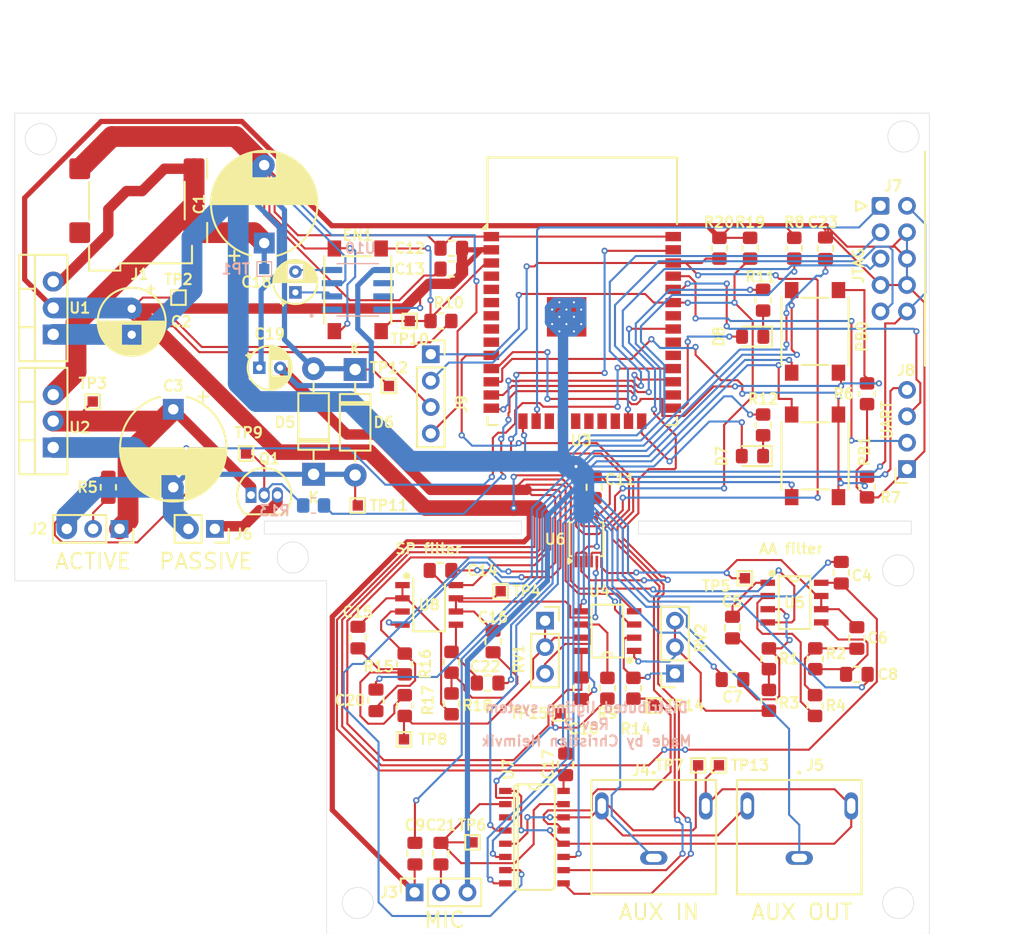
<source format=kicad_pcb>
(kicad_pcb (version 20240108) (generator "pcbnew") (generator_version "8.0")
  (layers (0 "F.Cu" signal) (31 "B.Cu" signal) (34 "B.Paste" user) (35 "F.Paste" user) (36 "B.SilkS" user "B.Silkscreen") (37 "F.SilkS" user "F.Silkscreen") (38 "B.Mask" user) (39 "F.Mask" user) (44 "Edge.Cuts" user))
  (net 0 "")
  (net 1 "GND")
  (net 2 "Net-(U1-VI)")
  (net 3 "+3V3")
  (net 4 "+5V")
  (net 5 "GND1")
  (net 6 "Net-(U5-NEGA)")
  (net 7 "Net-(C5-Pad1)")
  (net 8 "Net-(C6-Pad1)")
  (net 9 "/InputPeripherals/ADC_CH_0")
  (net 10 "Net-(U5-POSA)")
  (net 11 "Net-(U5-POSB)")
  (net 12 "Net-(U8-NEGA)")
  (net 13 "Net-(C15-Pad1)")
  (net 14 "Net-(C16-Pad1)")
  (net 15 "/InputPeripherals/ADC_CH_1")
  (net 16 "Net-(U10-CAP+)")
  (net 17 "Net-(U10-CAP-)")
  (net 18 "-3V3")
  (net 19 "Net-(U8-POSA)")
  (net 20 "Net-(J3-Pin_2)")
  (net 21 "/InputPeripherals/MIC_IN")
  (net 22 "Net-(U8-POSB)")
  (net 23 "Net-(D7-K)")
  (net 24 "/OutputPeripherals/LED_1")
  (net 25 "/OutputPeripherals/LED_0")
  (net 26 "Net-(D8-K)")
  (net 27 "Net-(J2-Pin_2)")
  (net 28 "/InputPeripherals/AUX_IN_R")
  (net 29 "/InputPeripherals/AUX_IN_L")
  (net 30 "Net-(J6-Pin_1)")
  (net 31 "/JTAG_TDI")
  (net 32 "/JTAG_TCK")
  (net 33 "/JTAG_TMS")
  (net 34 "/JTAG_TDO")
  (net 35 "Net-(J8-Pin_2)")
  (net 36 "Net-(J8-Pin_3)")
  (net 37 "Net-(Q1-B)")
  (net 38 "/InputPeripherals/AMP_CH_0")
  (net 39 "/OutputPeripherals/SIG_ACTIVE_LED")
  (net 40 "/InputPeripherals/PB_0")
  (net 41 "/InputPeripherals/PB_1")
  (net 42 "Net-(U7-Y)")
  (net 43 "Net-(U4-NEGB)")
  (net 44 "Net-(U3-EN)")
  (net 45 "/OutputPeripherals/SIG_PASSIVE_LED")
  (net 46 "Net-(U7-X)")
  (net 47 "Net-(U4-NEGA)")
  (net 48 "/InputPeripherals/AMP_CH_1")
  (net 49 "/InputPeripherals/MUX_A")
  (net 55 "/InputPeripherals/ADC_RDY")
  (net 57 "/InputPeripherals/MUX_B")
  (net 71 "/I2C_SCL_EXT")
  (net 72 "/I2C_SDA_EXT")
  (footprint "Resistor_SMD:R_0805_2012Metric_Pad1.20x1.40mm_HandSolder" (layer "F.Cu") (at 145.01925 108.8375 90)
    (property "Reference" "R16")
    (property "Value" "1 kΩ")
  )
  (footprint "TestPoint:TestPoint_Pad_1.0x1.0mm" (layer "F.Cu") (at 155.5 113.75)
    (property "Reference" "TP15")
    (property "Value" "TestPoint")
  )
  (footprint "Capacitor_THT:CP_Radial_D10.0mm_P7.50mm" (layer "F.Cu") (at 127 68.5 90)
    (property "Reference" "C1")
    (property "Value" "1000 uF")
  )
  (footprint "Resistor_SMD:R_0805_2012Metric_Pad1.20x1.40mm_HandSolder" (layer "F.Cu") (at 175 74 90)
    (property "Reference" "R11")
    (property "Value" "33 Ω")
  )
  (footprint "Capacitor_SMD:C_0805_2012Metric_Pad1.18x1.45mm_HandSolder" (layer "F.Cu") (at 149.01925 106.8375 90)
    (property "Reference" "C16")
    (property "Value" "333 nF")
  )
  (footprint "TestPoint:TestPoint_Pad_1.0x1.0mm" (layer "F.Cu") (at 118.75 73.75)
    (property "Reference" "TP2")
    (property "Value" "TestPoint")
  )
  (footprint "Resistor_SMD:R_0805_2012Metric_Pad1.20x1.40mm_HandSolder" (layer "F.Cu") (at 173.75 69 -90)
    (property "Reference" "R19")
    (property "Value" "4.7 kΩ")
  )
  (footprint "Connector_PinSocket_2.54mm:PinSocket_1x03_P2.54mm_Vertical" (layer "F.Cu") (at 166.51925 109.9175 180)
    (property "Reference" "RV2")
    (property "Value" "0<R<10 kΩ")
  )
  (footprint "Connector_PinSocket_2.54mm:PinSocket_1x03_P2.54mm_Vertical" (layer "F.Cu") (at 113.08 96 -90)
    (property "Reference" "J2")
    (property "Value" "WS2812B CON")
  )
  (footprint "TestPoint:TestPoint_Pad_1.0x1.0mm" (layer "F.Cu") (at 164.5 113)
    (property "Reference" "TP14")
    (property "Value" "TestPoint")
  )
  (footprint "Capacitor_SMD:C_0805_2012Metric_Pad1.18x1.45mm_HandSolder" (layer "F.Cu") (at 143.9625 100)
    (property "Reference" "C14")
    (property "Value" "100 nF")
  )
  (footprint "Capacitor_THT:CP_Radial_D4.0mm_P2.00mm" (layer "F.Cu") (at 130 73.25 90)
    (property "Reference" "C18")
    (property "Value" "10 uF")
  )
  (footprint "Symbols:CUI_SJ1-3523N" (layer "F.Cu") (at 178.48075 127.6625)
    (property "Reference" "J5")
    (property "Value" "SJ1-3523N")
  )
  (footprint "Capacitor_THT:CP_Radial_D6.3mm_P2.50mm" (layer "F.Cu") (at 114.25 74.817621 -90)
    (property "Reference" "C2")
    (property "Value" "22 uF")
  )
  (footprint "Package_TO_SOT_THT:TO-220-3_Vertical" (layer "F.Cu") (at 106.695 88.172323 90)
    (property "Reference" "U2")
    (property "Value" "LT1084-5.0")
  )
  (footprint "Capacitor_SMD:C_0805_2012Metric_Pad1.18x1.45mm_HandSolder" (layer "F.Cu") (at 172.05675 110.5 180)
    (property "Reference" "C7")
    (property "Value" "147 nF")
  )
  (footprint "TestPoint:TestPoint_Pad_1.0x1.0mm" (layer "F.Cu") (at 147.04 126.1625)
    (property "Reference" "TP6")
    (property "Value" "TestPoint")
  )
  (footprint "Resistor_SMD:R_0805_2012Metric_Pad1.20x1.40mm_HandSolder" (layer "F.Cu") (at 180 113 90)
    (property "Reference" "R4")
    (property "Value" "10 kΩ")
  )
  (footprint "Resistor_SMD:R_0805_2012Metric_Pad1.20x1.40mm_HandSolder" (layer "F.Cu") (at 175.55675 108.5 90)
    (property "Reference" "R1")
    (property "Value" "10 kΩ")
  )
  (footprint "Capacitor_SMD:C_0805_2012Metric_Pad1.18x1.45mm_HandSolder" (layer "F.Cu") (at 145 71 180)
    (property "Reference" "C13")
    (property "Value" "100 nF")
  )
  (footprint "TestPoint:TestPoint_Pad_1.0x1.0mm" (layer "F.Cu") (at 125.25 88.75)
    (property "Reference" "TP9")
    (property "Value" "TestPoint")
  )
  (footprint "Resistor_SMD:R_0805_2012Metric_Pad1.20x1.40mm_HandSolder" (layer "F.Cu") (at 175 86 90)
    (property "Reference" "R12")
    (property "Value" "33 Ω")
  )
  (footprint "Resistor_SMD:R_0805_2012Metric_Pad1.20x1.40mm_HandSolder" (layer "F.Cu") (at 175.55675 112.5 90)
    (property "Reference" "R3")
    (property "Value" "10 kΩ")
  )
  (footprint "Resistor_SMD:R_0805_2012Metric_Pad1.20x1.40mm_HandSolder" (layer "F.Cu") (at 140.51925 109 90)
    (property "Reference" "R15")
    (property "Value" "1 kΩ")
  )
  (footprint "LED_SMD:LED_0805_2012Metric_Pad1.15x1.40mm_HandSolder" (layer "F.Cu") (at 173.975 89 180)
    (property "Reference" "D7")
    (property "Value" "LED")
  )
  (footprint "TestPoint:TestPoint_Pad_1.0x1.0mm" (layer "F.Cu") (at 149.75 102)
    (property "Reference" "TP4")
    (property "Value" "TestPoint")
  )
  (footprint "Connector_PinSocket_2.54mm:PinSocket_1x03_P2.54mm_Vertical" (layer "F.Cu") (at 141.475 130.975 90)
    (property "Reference" "J3")
    (property "Value" "MIC CON" (hide yes))
  )
  (footprint "Capacitor_THT:CP_Radial_D4.0mm_P2.00mm" (layer "F.Cu") (at 126.527401 80.5)
    (property "Reference" "C19")
    (property "Value" "10 uF")
  )
  (footprint "Button_Switch_SMD:SW_Push_1P1T_NO_6x6mm_H9.5mm" (layer "F.Cu") (at 180 88.975 -90)
    (property "Reference" "PB1")
    (property "Value" "SW_Push")
  )
  (footprint "USR_LIB:LF353" (layer "F.Cu") (at 160.01925 105.8375 180)
    (property "Reference" "U4")
    (property "Value" "LF353N")
  )
  (footprint "RF_Module:ESP32-WROOM-32D" (layer "F.Cu") (at 157.6 76.13)
    (property "Reference" "U3")
    (property "Value" "ESP32-WROOM-32E")
  )
  (footprint "Capacitor_SMD:C_0805_2012Metric_Pad1.18x1.45mm_HandSolder" (layer "F.Cu") (at 156 118.6625 90)
    (property "Reference" "C17")
    (property "Value" "100 nF")
  )
  (footprint "Resistor_SMD:R_0805_2012Metric_Pad1.20x1.40mm_HandSolder" (layer "F.Cu") (at 112 92 -90)
    (property "Reference" "R5")
    (property "Value" "330 Ω")
  )
  (footprint "Capacitor_SMD:C_0805_2012Metric_Pad1.18x1.45mm_HandSolder" (layer "F.Cu") (at 158.75 92 90)
    (property "Reference" "C11")
    (property "Value" "100 nF")
  )
  (footprint "TestPoint:TestPoint_Pad_1.0x1.0mm" (layer "F.Cu") (at 173.25 100.75)
    (property "Reference" "TP5")
    (property "Value" "TestPoint")
  )
  (footprint "Capacitor_SMD:C_0805_2012Metric_Pad1.18x1.45mm_HandSolder" (layer "F.Cu") (at 137.75 112.5 90)
    (property "Reference" "C20")
    (property "Value" "117 nF")
  )
  (footprint "Connector_BarrelJack:BarrelJack_Wuerth_694108106102_2.5x5.5mm" (layer "F.Cu") (at 114.75 64.425 180)
    (property "Reference" "J1")
    (property "Value" "Barrel_Jack_MountingPin")
  )
  (footprint "Package_SO:TSSOP-10_3x3mm_P0.5mm" (layer "F.Cu") (at 158 97 90)
    (property "Reference" "U6")
    (property "Value" "ADS1015IDGS")
  )
  (footprint "Capacitor_SMD:C_0805_2012Metric_Pad1.18x1.45mm_HandSolder" (layer "F.Cu") (at 144 127.25 90)
    (property "Reference" "C21")
    (property "Value" "1 uF")
  )
  (footprint "TestPoint:TestPoint_Pad_1.0x1.0mm" (layer "F.Cu") (at 170.75 118.75)
    (property "Reference" "TP13")
    (property "Value" "TestPoint")
  )
  (footprint "Connector_PinSocket_2.54mm:PinSocket_1x03_P2.54mm_Vertical" (layer "F.Cu") (at 154.01925 104.8375)
    (property "Reference" "RV1")
    (property "Value" "0<R<10 kΩ")
  )
  (footprint "TestPoint:TestPoint_Pad_1.0x1.0mm" (layer "F.Cu") (at 141 76)
    (property "Reference" "TP10")
    (property "Value" "TestPoint")
  )
  (footprint "Resistor_SMD:R_0805_2012Metric_Pad1.20x1.40mm_HandSolder" (layer "F.Cu") (at 144 76 180)
    (property "Reference" "R10")
    (property "Value" "10 kΩ")
  )
  (footprint "Capacitor_SMD:C_0805_2012Metric_Pad1.18x1.45mm_HandSolder" (layer "F.Cu") (at 182.51925 100.22 90)
    (property "Reference" "C4")
    (property "Value" "100 nF")
  )
  (footprint "Connector_PinSocket_2.54mm:PinSocket_1x04_P2.54mm_Horizontal" (layer "F.Cu") (at 188.85 90.25 180)
    (property "Reference" "J8")
    (property "Value" "UART CON")
  )
  (footprint "Capacitor_SMD:C_0805_2012Metric_Pad1.18x1.45mm_HandSolder" (layer "F.Cu") (at 157.51925 111.3375 -90)
    (property "Reference" "C10")
    (property "Value" "100 nF")
  )
  (footprint "Resistor_SMD:R_0805_2012Metric_Pad1.20x1.40mm_HandSolder" (layer "F.Cu") (at 160.01925 111.3375 -90)
    (property "Reference" "R9")
    (property "Value" "1 kΩ")
  )
  (footprint "Symbols:CUI_SJ1-3523N" (layer "F.Cu") (at 164.48075 127.6625)
    (property "Reference" "J4")
    (property "Value" "SJ1-3523N")
  )
  (footprint "Resistor_SMD:R_0805_2012Metric_Pad1.20x1.40mm_HandSolder" (layer "F.Cu") (at 170.8 69 -90)
    (property "Reference" "R20")
    (property "Value" "4.7 kΩ")
  )
  (footprint "Connector_IDC:IDC-Header_2x05_P2.54mm_Horizontal" (layer "F.Cu") (at 186.3025 64.92)
    (property "Reference" "J7")
    (property "Value" "JTAG CON")
  )
  (footprint "Connector_PinSocket_2.54mm:PinSocket_1x04_P2.54mm_Vertical" (layer "F.Cu") (at 143.025 79.2)
    (property "Reference" "J9")
    (property "Value" "OLED")
  )
  (footprint "LED_SMD:LED_0805_2012Metric_Pad1.15x1.40mm_HandSolder" (layer "F.Cu") (at 174 77.5 180)
    (property "Reference" "D8")
    (property "Value" "LED")
  )
  (footprint "Capacitor_SMD:C_0805_2012Metric_Pad1.18x1.45mm_HandSolder" (layer "F.Cu") (at 145 69 180)
    (property "Reference" "C12")
    (property "Value" "10 uF")
  )
  (footprint "Resistor_SMD:R_0805_2012Metric_Pad1.20x1.40mm_HandSolder" (layer "F.Cu") (at 140.51925 113 90)
    (property "Reference" "R17")
    (property "Value" "1 kΩ")
  )
  (footprint "USR_LIB:LF353" (layer "F.Cu") (at 178.01925 103.095)
    (property "Reference" "U5")
    (property "Value" "LF353N")
  )
  (footprint "Diode_THT:D_DO-41_SOD81_P10.16mm_Horizontal" (layer "F.Cu") (at 135.75 80.67 -90)
    (property "Reference" "D6")
    (property "Value" "1N5819")
  )
  (footprint "Resistor_SMD:R_0805_2012Metric_Pad1.20x1.40mm_HandSolder" (layer "F.Cu") (at 180.01925 108.5 -90)
    (property "Reference" "R2")
    (property "Value" "10 kΩ")
  )
  (footprint "Resistor_SMD:R_0805_2012Metric_Pad1.20x1.40mm_HandSolder" (layer "F.Cu") (at 178 69 -90)
    (property "Reference" "R8")
    (property "Value" "10 kΩ")
  )
  (footprint "TestPoint:TestPoint_Pad_1.0x1.0mm" (layer "F.Cu") (at 139 82.25)
    (property "Reference" "TP12")
    (property "Value" "TestPoint")
  )
  (footprint "Capacitor_SMD:C_0805_2012Metric_Pad1.18x1.45mm_HandSolder" (layer "F.Cu") (at 141.5 127.25 90)
    (property "Reference" "C9")
    (property "Value" "100 nF")
  )
  (footprint "Capacitor_SMD:C_0805_2012Metric_Pad1.18x1.45mm_HandSolder" (layer "F.Cu") (at 184.01925 106.5 90)
    (property "Reference" "C6")
    (property "Value" "416 nF")
  )
  (footprint "Connector_PinSocket_2.54mm:PinSocket_1x02_P2.54mm_Vertical" (layer "F.Cu") (at 122.25 96 -90)
    (property "Reference" "J6")
    (property "Value" "PASSIVE 5V LED CON")
  )
  (footprint "TestPoint:TestPoint_Pad_1.0x1.0mm" (layer "F.Cu") (at 110.5 83.75)
    (property "Reference" "TP3")
    (property "Value" "TestPoint")
  )
  (footprint "Resistor_SMD:R_0805_2012Metric_Pad1.20x1.40mm_HandSolder" (layer "F.Cu") (at 145.01925 112.8375 90)
    (property "Reference" "R18")
    (property "Value" "1 kΩ")
  )
  (footprint "Resistor_SMD:R_0805_2012Metric_Pad1.20x1.40mm_HandSolder" (layer "F.Cu") (at 185 91.975 90)
    (property "Reference" "R7")
    (property "Value" "10 kΩ")
  )
  (footprint "Capacitor_SMD:C_0805_2012Metric_Pad1.18x1.45mm_HandSolder" (layer "F.Cu") (at 136.01925 106.4625 90)
    (property "Reference" "C15")
    (property "Value" "138 nF")
  )
  (footprint "Resistor_SMD:R_0805_2012Metric_Pad1.20x1.40mm_HandSolder" (layer "F.Cu") (at 185 83 90)
    (property "Reference" "R6")
    (property "Value" "10 kΩ")
  )
  (footprint "Capacitor_SMD:C_0805_2012Metric_Pad1.18x1.45mm_HandSolder" (layer "F.Cu") (at 148.5 110.8375)
    (property "Reference" "C22")
    (property "Value" "49 nF")
  )
  (footprint "USR_LIB:MUX" (layer "F.Cu") (at 153 125.6625 -90)
    (property "Reference" "U7")
    (property "Value" "74HC4052")
    (property "VALUE" "74HC4052" (hide yes))
  )
  (footprint "USR_LIB:LF353" (layer "F.Cu") (at 142.87325 103.3175)
    (property "Reference" "U8")
    (property "Value" "LF353N")
  )
  (footprint "Capacitor_SMD:C_0805_2012Metric_Pad1.18x1.45mm_HandSolder" (layer "F.Cu") (at 184.01925 110)
    (property "Reference" "C8")
    (property "Value" "61 nF")
  )
  (footprint "Button_Switch_SMD:SW_Push_1P1T_NO_6x6mm_H9.5mm" (layer "F.Cu") (at 180 77 -90)
    (property "Reference" "PB0")
    (property "Value" "SW_Push")
  )
  (footprint "TestPoint:TestPoint_Pad_1.0x1.0mm" (layer "F.Cu") (at 140.44625 116.25)
    (property "Reference" "TP8")
    (property "Value" "TestPoint")
  )
  (footprint "TestPoint:TestPoint_Pad_1.0x1.0mm" (layer "F.Cu") (at 136 93.75)
    (property "Reference" "TP11")
    (property "Value" "TestPoint")
  )
  (footprint "Package_TO_SOT_THT:TO-220-3_Vertical" (layer "F.Cu") (at 106.695 77.29 90)
    (property "Reference" "U1")
    (property "Value" "LM1117T-3.3")
  )
  (footprint "TestPoint:TestPoint_Pad_1.0x1.0mm" (layer "F.Cu") (at 168.75 118.75)
    (property "Reference" "TP7")
    (property "Value" "TestPoint")
  )
  (footprint "Capacitor_THT:CP_Radial_D10.0mm_P7.50mm" (layer "F.Cu") (at 118.25 84.5 -90)
    (property "Reference" "C3")
    (property "Value" "1000 uF")
  )
  (footprint "Resistor_SMD:R_0805_2012Metric_Pad1.20x1.40mm_HandSolder" (layer "F.Cu") (at 162.51925 111.3375 -90)
    (property "Reference" "R14")
    (property "Value" "1 kΩ")
  )
  (footprint "Capacitor_SMD:C_0805_2012Metric_Pad1.18x1.45mm_HandSolder" (layer "F.Cu") (at 172.05675 105.5 90)
    (property "Reference" "C5")
    (property "Value" "172 nF")
  )
  (footprint "Package_TO_SOT_THT:TO-92_Inline" (layer "F.Cu") (at 125.73 92.75)
    (property "Reference" "Q1")
    (property "Value" "BC618")
  )
  (footprint "Diode_THT:D_DO-41_SOD81_P10.16mm_Horizontal" (layer "F.Cu") (at 131.75 90.75 90)
    (property "Reference" "D5")
    (property "Value" "1N5819")
  )
  (footprint "Button_Switch_SMD:SW_Push_1P1T_NO_6x6mm_H9.5mm" (layer "F.Cu") (at 136 73 90)
    (property "Reference" "EN1")
    (property "Value" "SW_Push")
  )
  (footprint "Capacitor_SMD:C_0805_2012Metric_Pad1.18x1.45mm_HandSolder" (layer "F.Cu") (at 181 69 -90)
    (property "Reference" "C23")
    (property "Value" "100 nF")
  )
  (footprint "TestPoint:TestPoint_Pad_1.0x1.0mm" (layer "B.Cu") (at 127 71 180)
    (property "Reference" "TP1")
    (property "Value" "TestPoint")
  )
  (footprint "Resistor_SMD:R_0805_2012Metric_Pad1.20x1.40mm_HandSolder" (layer "B.Cu") (at 131.75 93.75 180)
    (property "Reference" "R13")
    (property "Value" "21 kΩ")
  )
  (footprint "USR_LIB:ICL7660" (layer "B.Cu") (at 136 73)
    (property "Reference" "U10")
    (property "Value" "ICL7660")
  )
  (gr_line (start 191 58) (end 191 56) (stroke (width 0.05)) (layer "Edge.Cuts"))
  (gr_line (start 191 135) (end 191 58) (stroke (width 0.05)) (layer "Edge.Cuts"))
  (gr_circle (center 129.75 98.75) (end 131.25 98.75) (stroke (width 0.05)) (fill none) (layer "Edge.Cuts"))
  (gr_line (start 103 56) (end 103 101) (stroke (width 0.05)) (layer "Edge.Cuts"))
  (gr_line (start 191 56) (end 103 56) (stroke (width 0.05)) (layer "Edge.Cuts"))
  (gr_rect (start 163 95.25) (end 189.25 96.5) (stroke (width 0.05)) (fill none) (layer "Edge.Cuts"))
  (gr_line (start 103 101) (end 133 101) (stroke (width 0.05)) (layer "Edge.Cuts"))
  (gr_circle (center 188 132) (end 189.5 132) (stroke (width 0.05)) (fill none) (layer "Edge.Cuts"))
  (gr_circle (center 105.5 58.5) (end 107 58.5) (stroke (width 0.05)) (fill none) (layer "Edge.Cuts"))
  (gr_rect (start 127 95.25) (end 151.75 96.5) (stroke (width 0.05)) (fill none) (layer "Edge.Cuts"))
  (gr_circle (center 188 100) (end 189.5 100) (stroke (width 0.05)) (fill none) (layer "Edge.Cuts"))
  (gr_circle (center 188.5 58.25) (end 190 58.25) (stroke (width 0.05)) (fill none) (layer "Edge.Cuts"))
  (gr_line (start 133 135) (end 191 135) (stroke (width 0.05)) (layer "Edge.Cuts"))
  (gr_circle (center 136 132) (end 137.5 132) (stroke (width 0.05)) (fill none) (layer "Edge.Cuts"))
  (gr_line (start 133 101) (end 133 135) (stroke (width 0.05)) (layer "Edge.Cuts"))
  (gr_text "Distributed ligting system\nRev 2\nMade by Christian Heimvik" (at 158 117 0) (layer "B.SilkS") (effects (font (size 1 1) (thickness 0.2) (bold yes)) (justify bottom mirror)))
  (gr_text "SP filter" (at 139.5 98.5 0) (layer "F.SilkS") (effects (font (size 1 1) (thickness 0.2) (bold yes)) (justify left bottom)))
  (gr_text "ACTIVE" (at 106.75 100 0) (layer "F.SilkS") (effects (font (size 1.5 1.5) (thickness 0.2)) (justify left bottom)))
  (gr_text "AUX IN" (at 161 133.75 0) (layer "F.SilkS") (effects (font (size 1.5 1.5) (thickness 0.2)) (justify left bottom)))
  (gr_text "AUX OUT" (at 173.75 133.75 0) (layer "F.SilkS") (effects (font (size 1.5 1.5) (thickness 0.2) (bold yes)) (justify left bottom)))
  (gr_text "JTAG" (at 184.75 72.5 90) (layer "F.SilkS") (effects (font (size 1 1) (thickness 0.2)) (justify left bottom)))
  (gr_text "PASSIVE" (at 116.75 100 0) (layer "F.SilkS") (effects (font (size 1.5 1.5) (thickness 0.2)) (justify left bottom)))
  (gr_text "AA filter" (at 174.5 98.5 0) (layer "F.SilkS") (effects (font (size 1 1) (thickness 0.2) (bold yes)) (justify left bottom)))
  (gr_text "UART" (at 187.5 87.5 90) (layer "F.SilkS") (effects (font (size 1 1) (thickness 0.2)) (justify left bottom)))
  (gr_text "MIC" (at 142.25 134.5 0) (layer "F.SilkS") (effects (font (size 1.5 1.5) (thickness 0.2)) (justify left bottom)))
  (segment (start 162.19225 105.2025) (end 160.75 103.76025) (width 0.2) (layer "F.Cu") (net 1))
  (segment (start 126.5 61.5) (end 127 61) (width 0.2) (layer "F.Cu") (net 1))
  (segment (start 109.25 61.35) (end 112.35 58.25) (width 2) (layer "F.Cu") (net 1))
  (segment (start 133.75 69.025) (end 130.9 69.025) (width 0.2) (layer "F.Cu") (net 1))
  (segment (start 186.75 90.75) (end 187.25 90.25) (width 0.2) (layer "F.Cu") (net 1))
  (segment (start 127.5 65.625) (end 127.5 61.5) (width 0.2) (layer "F.Cu") (net 1))
  (segment (start 147.419265 75.165479) (end 147.419265 72.169265) (width 0.2) (layer "F.Cu") (net 1))
  (segment (start 160.25 93.6) (end 160.25 91.75) (width 0.2) (layer "F.Cu") (net 1))
  (segment (start 147.4875 100) (end 145 100) (width 0.2) (layer "F.Cu") (net 1))
  (segment (start 187.25 82.75) (end 187.54 82.46) (width 0.2) (layer "F.Cu") (net 1))
  (segment (start 128 62) (end 127 61) (width 0.2) (layer "F.Cu") (net 1))
  (segment (start 181.3175 99.1825) (end 181.25 99.25) (width 0.2) (layer "F.Cu") (net 1))
  (segment (start 150.2 127.5675) (end 149.3175 127.5675) (width 0.2) (layer "F.Cu") (net 1))
  (segment (start 175 85) (end 173.75 85) (width 0.2) (layer "F.Cu") (net 1))
  (segment (start 176.5 80.25) (end 176.5 83.5) (width 0.2) (layer "F.Cu") (net 1))
  (segment (start 149.1075 130.1075) (end 148.75 129.75) (width 0.2) (layer "F.Cu") (net 1))
  (segment (start 178 70) (end 178 71.25) (width 0.2) (layer "F.Cu") (net 1))
  (segment (start 133.75 76.975) (end 134.275 76.975) (width 0.2) (layer "F.Cu") (net 1))
  (segment (start 187.25 90.25) (end 187.25 82.75) (width 0.2) (layer "F.Cu") (net 1))
  (segment (start 158.5 94.85) (end 159 94.85) (width 0.2) (layer "F.Cu") (net 1))
  (segment (start 142.7125 67.75) (end 130.25 67.75) (width 0.2) (layer "F.Cu") (net 1))
  (segment (start 186.25 90) (end 186.75 89.5) (width 0.2) (layer "F.Cu") (net 1))
  (segment (start 130.25 67.75) (end 128 65.5) (width 0.2) (layer "F.Cu") (net 1))
  (segment (start 145.0825 67.88) (end 148.85 67.88) (width 0.2) (layer "F.Cu") (net 1))
  (segment (start 130.9 69.025) (end 127.5 65.625) (width 0.2) (layer "F.Cu") (net 1))
  (segment (start 156.9325 127.5675) (end 157.25 127.25) (width 0.2) (layer "F.Cu") (net 1))
  (segment (start 157.44625 103.30375) (end 157.75 103) (width 0.2) (layer "F.Cu") (net 1))
  (segment (start 128 65.5) (end 128 62) (width 0.2) (layer "F.Cu") (net 1))
  (segment (start 141.625 122.125) (end 141.5 122.25) (width 0.2) (layer "F.Cu") (net 1))
  (segment (start 177.75 92.95) (end 177.75 91.75) (width 0.2) (layer "F.Cu") (net 1))
  (segment (start 138.08536 110.41464) (end 137.75 110.75) (width 0.2) (layer "F.Cu") (net 1))
  (segment (start 155.8 127.5675) (end 156.9325 127.5675) (width 0.2) (layer "F.Cu") (net 1))
  (segment (start 181 70.0375) (end 181 71.25) (width 0.2) (layer "F.Cu") (net 1))
  (segment (start 143.3375 71.625) (end 142.375 71.625) (width 0.2) (layer "F.Cu") (net 1))
  (segment (start 177.75 74.5) (end 177.75 78.75) (width 0.2) (layer "F.Cu") (net 1))
  (segment (start 177.75 73.025) (end 177.75 74.5) (width 0.2) (layer "F.Cu") (net 1))
  (segment (start 135.92 80.67) (end 135.75 80.67) (width 0.5) (layer "F.Cu") (net 1))
  (segment (start 182.51925 99.1825) (end 181.3175 99.1825) (width 0.2) (layer "F.Cu") (net 1))
  (segment (start 160.75 103.76025) (end 160.75 103) (width 0.2) (layer "F.Cu") (net 1))
  (segment (start 145.6 84.245) (end 145.6 76.984744) (width 0.2) (layer "F.Cu") (net 1))
  (segment (start 135.75 80.67) (end 137.42 80.67) (width 0.2) (layer "F.Cu") (net 1))
  (segment (start 149.5375 110.8375) (end 150.4125 110.8375) (width 0.2) (layer "F.Cu") (net 1))
  (segment (start 145.6 76.984744) (end 147.419265 75.165479) (width 0.2) (layer "F.Cu") (net 1))
  (segment (start 143.9625 71) (end 143.3375 71.625) (width 0.2) (layer "F.Cu") (net 1))
  (segment (start 171.01925 110.01925) (end 170.25 109.25) (width 0.2) (layer "F.Cu") (net 1))
  (segment (start 186.75 89.5) (end 186.75 76.23) (width 0.2) (layer "F.Cu") (net 1))
  (segment (start 177.25 75.25) (end 177.25 78.25) (width 0.2) (layer "F.Cu") (net 1))
  (segment (start 157.5 98.3) (end 157.925 98.3) (width 0.2) (layer "F.Cu") (net 1))
  (segment (start 150.4125 110.8375) (end 150.75 110.5) (width 0.2) (layer "F.Cu") (net 1))
  (segment (start 185.05675 110) (end 185.05675 110.69325) (width 0.2) (layer "F.Cu") (net 1))
  (segment (start 157.875 112.375) (end 158.75 111.5) (width 0.2) (layer "F.Cu") (net 1))
  (segment (start 156 117) (end 155.5 116.5) (width 0.2) (layer "F.Cu") (net 1))
  (segment (start 150.2 125.0275) (end 149.2775 125.0275) (width 0.2) (layer "F.Cu") (net 1))
  (segment (start 124.25 58.25) (end 127 61) (width 2) (layer "F.Cu") (net 1))
  (segment (start 151.89 86.89) (end 152 87) (width 0.2) (layer "F.Cu") (net 1))
  (segment (start 143.9625 69) (end 142.7125 67.75) (width 0.2) (layer "F.Cu") (net 1))
  (segment (start 157 90) (end 157.9625 90.9625) (width 0.2) (layer "F.Cu") (net 1))
  (segment (start 149.3175 127.5675) (end 149 127.25) (width 0.2) (layer "F.Cu") (net 1))
  (segment (start 159 94.85) (end 160.25 93.6) (width 0.2) (layer "F.Cu") (net 1))
  (segment (start 157 98.375) (end 157.075 98.3) (width 0.2) (layer "F.Cu") (net 1))
  (segment (start 133.775 69) (end 133.75 69.025) (width 0.2) (layer "F.Cu") (net 1))
  (segment (start 135.92 80.67) (end 136 80.75) (width 0.5) (layer "F.Cu") (net 1))
  (segment (start 157.925 98.3) (end 158 98.375) (width 0.2) (layer "F.Cu") (net 1))
  (segment (start 171.01925 110.5) (end 171.01925 110.01925) (width 0.2) (layer "F.Cu") (net 1))
  (segment (start 150.2 130.1075) (end 149.1075 130.1075) (width 0.2) (layer "F.Cu") (net 1))
  (segment (start 143.9625 69) (end 145.0825 67.88) (width 0.2) (layer "F.Cu") (net 1))
  (segment (start 112.35 58.25) (end 124.25 58.25) (width 2) (layer "F.Cu") (net 1))
  (segment (start 176.5 83.5) (end 177.75 83.5) (width 0.2) (layer "F.Cu") (net 1))
  (segment (start 147.5 99.9875) (end 147.4875 100) (width 0.2) (layer "F.Cu") (net 1))
  (segment (start 160.25 91.75) (end 159.4625 90.9625) (width 0.2) (layer "F.Cu") (net 1))
  (segment (start 166.35 67.88) (end 148.85 67.88) (width 0.2) (layer "F.Cu") (net 1))
  (segment (start 187.54 82.46) (end 188.975 82.46) (width 0.2) (layer "F.Cu") (net 1))
  (segment (start 157.9625 90.9625) (end 158.75 90.9625) (width 0.2) (layer "F.Cu") (net 1))
  (segment (start 143.025 86.82) (end 145.6 84.245) (width 0.2) (layer "F.Cu") (net 1))
  (segment (start 140 74) (end 135.25 74) (width 0.2) (layer "F.Cu") (net 1))
  (segment (start 157.44625 103.9325) (end 157.44625 103.30375) (width 0.2) (layer "F.Cu") (net 1))
  (segment (start 151.89 85.64) (end 151.89 86.89) (width 0.2) (layer "F.Cu") (net 1))
  (segment (start 175 73) (end 173.75 73) (width 0.2) (layer "F.Cu") (net 1))
  (segment (start 186.75 76.23) (end 187.6925 76.23) (width 0.2) (layer "F.Cu") (net 1))
  (segment (start 141.5 122.25) (end 141.5 126.2125) (width 0.2) (layer "F.Cu") (net 1))
  (segment (start 157.075 98.3) (end 157.5 98.3) (width 0.2) (layer "F.Cu") (net 1))
  (segment (start 137.42 80.67) (end 139 82.25) (width 0.2) (layer "F.Cu") (net 1))
  (segment (start 156 117.625) (end 156 117) (width 0.2) (layer "F.Cu") (net 1))
  (segment (start 158.1 97.7) (end 157.5 98.3) (width 0.2) (layer "F.Cu") (net 1))
  (segment (start 177.75 80.975) (end 177.75 80) (width 0.2) (layer "F.Cu") (net 1))
  (segment (start 157 99.15) (end 157 98.375) (width 0.2) (layer "F.Cu") (net 1))
  (segment (start 137.75 110.75) (end 137.75 111.4625) (width 0.2) (layer "F.Cu") (net 1))
  (segment (start 187.6925 76.23) (end 188.8425 75.08) (width 0.2) (layer "F.Cu") (net 1))
  (segment (start 127 65.75) (end 127 61) (width 0.2) (layer "F.Cu") (net 1))
  (segment (start 159 97.7) (end 158.1 97.7) (width 0.2) (layer "F.Cu") (net 1))
  (segment (start 149.2775 125.0275) (end 148.75 124.5) (width 0.2) (layer "F.Cu") (net 1))
  (segment (start 134.275 76.975) (end 135 76.25) (width 0.2) (layer "F.Cu") (net 1))
  (segment (start 127.5 61.5) (end 127 61) (width 0.2) (layer "F.Cu") (net 1))
  (segment (start 177.75 85) (end 177.75 83.5) (width 0.2) (layer "F.Cu") (net 1))
  (segment (start 158 98.375) (end 158 99.15) (width 0.2) (layer "F.Cu") (net 1))
  (segment (start 135.25 74) (end 127 65.75) (width 0.2) (layer "F.Cu") (net 1))
  (segment (start 177.75 80) (end 177.5 79.75) (width 0.2) (layer "F.Cu") (net 1))
  (segment (start 157.51925 112.375) (end 157.875 112.375) (width 0.2) (layer "F.Cu") (net 1))
  (segment (start 177.75 78.75) (end 178.25 79.25) (width 0.2) (layer "F.Cu") (net 1))
  (segment (start 159.4625 90.9625) (end 158.25 90.9625) (width 0.2) (layer "F.Cu") (net 1))
  (segment (start 185.05675 110.69325) (end 184.5 111.25) (width 0.2) (layer "F.Cu") (net 1))
  (segment (start 162.59225 105.2025) (end 162.19225 105.2025) (width 0.2) (layer "F.Cu") (net 1))
  (segment (start 142.375 71.625) (end 140 74) (width 0.2) (layer "F.Cu") (net 1))
  (segment (start 135.25 69) (end 133.775 69) (width 0.2) (layer "F.Cu") (net 1))
  (via (at 181 71.25) (size 0.6) (drill 0.3) (layers "F.Cu" "B.Cu") (net 1))
  (via (at 141.625 122.125) (size 0.6) (drill 0.3) (layers "F.Cu" "B.Cu") (net 1))
  (via (at 135.25 69) (size 0.6) (drill 0.3) (layers "F.Cu" "B.Cu") (net 1))
  (via (at 147.419265 72.169265) (size 0.6) (drill 0.3) (layers "F.Cu" "B.Cu") (net 1))
  (via (at 173.75 85) (size 0.6) (drill 0.3) (layers "F.Cu" "B.Cu") (net 1))
  (via (at 148.75 124.5) (size 0.6) (drill 0.3) (layers "F.Cu" "B.Cu") (net 1))
  (via (at 177.5 79.75) (size 0.6) (drill 0.3) (layers "F.Cu" "B.Cu") (net 1))
  (via (at 177.75 91.75) (size 0.6) (drill 0.3) (layers "F.Cu" "B.Cu") (net 1))
  (via (at 160.75 103) (size 0.6) (drill 0.3) (layers "F.Cu" "B.Cu") (net 1))
  (via (at 159 97.7) (size 0.6) (drill 0.3) (layers "F.Cu" "B.Cu") (net 1))
  (via (at 170.25 109.25) (size 0.6) (drill 0.3) (layers "F.Cu" "B.Cu") (net 1))
  (via (at 147.5 99.9875) (size 0.6) (drill 0.3) (layers "F.Cu" "B.Cu") (net 1))
  (via (at 177.25 78.25) (size 0.6) (drill 0.3) (layers "F.Cu" "B.Cu") (net 1))
  (via (at 158.75 111.5) (size 0.6) (drill 0.3) (layers "F.Cu" "B.Cu") (net 1))
  (via (at 135 76.25) (size 0.6) (drill 0.3) (layers "F.Cu" "B.Cu") (net 1))
  (via (at 155.5 116.5) (size 0.6) (drill 0.3) (layers "F.Cu" "B.Cu") (net 1))
  (via (at 157 90) (size 0.6) (drill 0.3) (layers "F.Cu" "B.Cu") (net 1))
  (via (at 186.75 90.75) (size 0.6) (drill 0.3) (layers "F.Cu" "B.Cu") (net 1))
  (via (at 157.25 127.25) (size 0.6) (drill 0.3) (layers "F.Cu" "B.Cu") (net 1))
  (via (at 177.25 75.25) (size 0.6) (drill 0.3) (layers "F.Cu" "B.Cu") (net 1))
  (via (at 184.5 111.25) (size 0.6) (drill 0.3) (layers "F.Cu" "B.Cu") (net 1))
  (via (at 152 87) (size 0.6) (drill 0.3) (layers "F.Cu" "B.Cu") (net 1))
  (via (at 173.75 73) (size 0.6) (drill 0.3) (layers "F.Cu" "B.Cu") (net 1))
  (via (at 181.25 99.25) (size 0.6) (drill 0.3) (layers "F.Cu" "B.Cu") (net 1))
  (via (at 157.75 103) (size 0.6) (drill 0.3) (layers "F.Cu" "B.Cu") (net 1))
  (via (at 177.75 74.5) (size 0.6) (drill 0.3) (layers "F.Cu" "B.Cu") (net 1))
  (via (at 178 71.25) (size 0.6) (drill 0.3) (layers "F.Cu" "B.Cu") (net 1))
  (via (at 150.75 110.5) (size 0.6) (drill 0.3) (layers "F.Cu" "B.Cu") (net 1))
  (via (at 186.25 90) (size 0.6) (drill 0.3) (layers "F.Cu" "B.Cu") (net 1))
  (via (at 178.25 79.25) (size 0.6) (drill 0.3) (layers "F.Cu" "B.Cu") (net 1))
  (via (at 149 127.25) (size 0.6) (drill 0.3) (layers "F.Cu" "B.Cu") (net 1))
  (via (at 138.08536 110.41464) (size 0.6) (drill 0.3) (layers "F.Cu" "B.Cu") (net 1))
  (via (at 148.75 129.75) (size 0.6) (drill 0.3) (layers "F.Cu" "B.Cu") (net 1))
  (via (at 176.5 80.25) (size 0.6) (drill 0.3) (layers "F.Cu" "B.Cu") (net 1))
  (segment (start 156.75 118.25) (end 156.75 95.5) (width 0.2) (layer "B.Cu") (net 1))
  (segment (start 160.5 101.5) (end 160.5 96.25) (width 0.2) (layer "B.Cu") (net 1))
  (segment (start 155.5 116.5) (end 155.75 116.25) (width 0.2) (layer "B.Cu") (net 1))
  (segment (start 164 103) (end 161.5 100.5) (width 0.2) (layer "B.Cu") (net 1))
  (segment (start 160.43475 121.61334) (end 161.25 120.79809) (width 0.2) (layer "B.Cu") (net 1))
  (segment (start 181.25 99.25) (end 178 102.5) (width 0.2) (layer "B.Cu") (net 1))
  (segment (start 165.1 80.534314) (end 165.1 84.748529) (width 0.2) (layer "B.Cu") (net 1))
  (segment (start 159 97.7) (end 159 95.75) (width 0.2) (layer "B.Cu") (net 1))
  (segment (start 124.5 63.5) (end 124.5 82) (width 2) (layer "B.Cu") (net 1))
  (segment (start 152 89.5) (end 155.75 89.5) (width 2) (layer "B.Cu") (net 1))
  (segment (start 157.5 76.3) (end 156.8 77) (width 1) (layer "B.Cu") (net 1))
  (segment (start 164.48075 127.6625) (end 160.43475 123.6165) (width 0.2) (layer "B.Cu") (net 1))
  (segment (start 153.75 100.75) (end 146 108.5) (width 0.2) (layer "B.Cu") (net 1))
  (segment (start 166 73) (end 162.75 76.25) (width 0.2) (layer "B.Cu") (net 1))
  (segment (start 161.25 120.79809) (end 161.25 102.75) (width 0.2) (layer "B.Cu") (net 1))
  (segment (start 177.5 79.75) (end 173.25 79.75) (width 0.2) (layer "B.Cu") (net 1))
  (segment (start 173.75 73) (end 166 73) (width 0.2) (layer "B.Cu") (net 1))
  (segment (start 158 91) (end 157.75 90.75) (width 0.2) (layer "B.Cu") (net 1))
  (segment (start 134.81 69.81) (end 127 62) (width 0.2) (layer "B.Cu") (net 1))
  (segment (start 157 91.25) (end 157.75 92) (width 1) (layer "B.Cu") (net 1))
  (segment (start 181 71.25) (end 180.532843 71.717157) (width 0.2) (layer "B.Cu") (net 1))
  (segment (start 157.75 92.5) (end 157.75 93.5) (width 1) (layer "B.Cu") (net 1))
  (segment (start 157.75 94) (end 157.75 92.5) (width 0.2) (layer "B.Cu") (net 1))
  (segment (start 162 100.25) (end 162 95.75) (width 0.2) (layer "B.Cu") (net 1))
  (segment (start 152.1 89.4) (end 152 89.5) (width 0.2) (layer "B.Cu") (net 1))
  (segment (start 157.25 95) (end 157.75 94.5) (width 0.2) (layer "B.Cu") (net 1))
  (segment (start 178.48075 124.48075) (end 177.5 123.5) (width 0.2) (layer "B.Cu") (net 1))
  (segment (start 154.75 95) (end 157 92.75) (width 0.2) (layer "B.Cu") (net 1))
  (segment (start 127 61) (end 124.5 63.5) (width 2) (layer "B.Cu") (net 1))
  (segment (start 126.7 80.45) (end 126.7 73.05) (width 0.5) (layer "B.Cu") (net 1))
  (segment (start 152.75 94) (end 152.75 100.5) (width 0.2) (layer "B.Cu") (net 1))
  (segment (start 158 87.5) (end 156.75 88.75) (width 0.2) (layer "B.Cu") (net 1))
  (segment (start 161 100.75) (end 161 96.25) (width 0.2) (layer "B.Cu") (net 1))
  (segment (start 156.5 91) (end 156.5 90.75) (width 0.2) (layer "B.Cu") (net 1))
  (segment (start 165.5 80.25) (end 165.5 85.25) (width 0.2) (layer "B.Cu") (net 1))
  (segment (start 157 90) (end 157.75 90.75) (width 2) (layer "B.Cu") (net 1))
  (segment (start 155 74.25) (end 157.5 74.25) (width 1) (layer "B.Cu") (net 1))
  (segment (start 127 61.25) (end 127 61) (width 0.2) (layer "B.Cu") (net 1))
  (segment (start 152 87) (end 152.1 87.1) (width 0.2) (layer "B.Cu") (net 1))
  (segment (start 159 89.5) (end 157.75 90.75) (width 0.2) (layer "B.Cu") (net 1))
  (segment (start 164.25 89.5) (end 159 89.5) (width 0.2) (layer "B.Cu") (net 1))
  (segment (start 126.375 64.875) (end 126.375 62.75) (width 0.5) (layer "B.Cu") (net 1))
  (segment (start 156.75 88.75) (end 156.75 90) (width 0.2) (layer "B.Cu") (net 1))
  (segment (start 155.75 95.5) (end 157.75 93.5) (width 0.2) (layer "B.Cu") (net 1))
  (segment (start 133.525 72.365) (end 134.51 72.365) (width 0.2) (layer "B.Cu") (net 1))
  (segment (start 163.75 103.5) (end 161 100.75) (width 0.2) (layer "B.Cu") (net 1))
  (segment (start 157.75 96) (end 157.75 95.25) (width 0.2) (layer "B.Cu") (net 1))
  (segment (start 147.25 72) (end 147.25 67.75) (width 0.2) (layer "B.Cu") (net 1))
  (segment (start 148.5 129.5) (end 148.5 125.75) (width 0.2) (layer "B.Cu") (net 1))
  (segment (start 158.25 94) (end 157.75 93.5) (width 0.2) (layer "B.Cu") (net 1))
  (segment (start 186.25 91) (end 158 91) (width 0.2) (layer "B.Cu") (net 1))
  (segment (start 146.555 130.975) (end 146.555 108.695) (width 0.5) (layer "B.Cu") (net 1))
  (segment (start 156.8 77) (end 155.75 77) (width 1) (layer "B.Cu") (net 1))
  (segment (start 173.75 85) (end 172 83.25) (width 0.2) (layer "B.Cu") (net 1))
  (segment (start 180.464951 71.649265) (end 180.133579 71.649265) (width 0.2) (layer "B.Cu") (net 1))
  (segment (start 155.25 95.25) (end 157 93.5) (width 0.2) (layer "B.Cu") (net 1))
  (segment (start 114.222379 77.29) (end 114.25 77.317621) (width 2) (layer "B.Cu") (net 1))
  (segment (start 164.5 90) (end 158.5 90) (width 0.2) (layer "B.Cu") (net 1))
  (segment (start 160 101.5) (end 160 96.25) (width 0.2) (layer "B.Cu") (net 1))
  (segment (start 159.5 96.25) (end 157.75 94.5) (width 0.2) (layer "B.Cu") (net 1))
  (segment (start 157.75 90.75) (end 157.75 94.5) (width 2) (layer "B.Cu") (net 1))
  (segment (start 148.75 124.5) (end 148.75 113.5) (width 0.2) (layer "B.Cu") (net 1))
  (segment (start 135.67 80.59) (end 135.75 80.67) (width 0.5) (layer "B.Cu") (net 1))
  (segment (start 172 83.25) (end 171.25 83.25) (width 0.2) (layer "B.Cu") (net 1))
  (segment (start 163.25 78) (end 165.5 80.25) (width 0.2) (layer "B.Cu") (net 1))
  (segment (start 177.5 123.5) (end 177.5 115.25) (width 0.2) (layer "B.Cu") (net 1))
  (segment (start 158.75 110.75) (end 158.25 110.25) (width 0.2) (layer "B.Cu") (net 1))
  (segment (start 115.75 77.317621) (end 120.05 73.017621) (width 2) (layer "B.Cu") (net 1))
  (segment (start 166.808096 103.5) (end 163.75 103.5) (width 0.2) (layer "B.Cu") (net 1))
  (segment (start 156.8 75.6) (end 156.775 75.6) (width 1) (layer "B.Cu") (net 1))
  (segment (start 158.25 110.25) (end 158.25 94) (width 0.2) (layer "B.Cu") (net 1))
  (segment (start 114.25 77.317621) (end 115.75 77.317621) (width 2) (layer "B.Cu") (net 1))
  (segment (start 127 62) (end 127 61) (width 0.2) (layer "B.Cu") (net 1))
  (segment (start 147.25 67.75) (end 133.5 67.75) (width 0.2) (layer "B.Cu") (net 1))
  (segment (start 160.43475 123.6165) (end 160.43475 121.61334) (width 0.2) (layer "B.Cu") (net 1))
  (segment (start 157.75 92.25) (end 157.75 92) (width 0.2) (layer "B.Cu") (net 1))
  (segment (start 177.5 91.5) (end 158.75 91.5) (width 0.2) (layer "B.Cu") (net 1))
  (segment (start 156.75 90) (end 155.75 89) (width 1) (layer "B.Cu") (net 1))
  (segment (start 135 76.25) (end 135 72.5) (width 0.2) (layer "B.Cu") (net 1))
  (segment (start 135.75 71.75) (end 135.75 69.25) (width 0.2) (layer "B.Cu") (net 1))
  (segment (start 154.75 101.25) (end 154.75 95) (width 0.2) (layer "B.Cu") (net 1))
  (segment (start 177.75 91.75) (end 177.5 91.5) (width 0.2) (layer "B.Cu") (net 1))
  (segment (start 126.375 61.625) (end 127 61) (width 2) (layer "B.Cu") (net 1))
  (segment (start 138.08536 110.41464) (end 138.25 110.25) (width 0.2) (layer "B.Cu") (net 1))
  (segment (start 149 126) (end 156.75 118.25) (width 0.2) (layer "B.Cu") (net 1))
  (segment (start 153.25 94.25) (end 156.5 91) (width 0.2) (layer "B.Cu") (net 1))
  (segment (start 106.695 77.29) (end 114.222379 77.29) (width 2) (layer "B.Cu") (net 1))
  (segment (start 156.25 88.5) (end 156.25 90) (width 0.2) (layer "B.Cu") (net 1))
  (segment (start 156.25 90) (end 156.75 90) (width 2) (layer "B.Cu") (net 1))
  (segment (start 161.5 96) (end 157.75 92.25) (width 0.2) (layer "B.Cu") (net 1))
  (segment (start 154.5 76.1) (end 154.5 74.75) (width 1) (layer "B.Cu") (net 1))
  (segment (start 164 89) (end 158.75 89) (width 0.2) (layer "B.Cu") (net 1))
  (segment (start 152.1 87.1) (end 152.1 89.4) (width 0.2) (layer "B.Cu") (net 1))
  (segment (start 152 101.25) (end 149.875 101.25) (width 0.2) (layer "B.Cu") (net 1))
  (segment (start 190.6 73.3225) (end 190.6 66.6775) (width 0.2) (layer "B.Cu") (net 1))
  (segment (start 156.75 90) (end 157 90) (width 2) (layer "B.Cu") (net 1))
  (segment (start 177.25 78.75) (end 172.75 78.75) (width 0.2) (layer "B.Cu") (net 1))
  (segment (start 172.75 78.75) (end 163.5 88) (width 0.2) (layer "B.Cu") (net 1))
  (segment (start 178 71.25) (end 177.717157 71.25) (width 0.2) (layer "B.Cu") (net 1))
  (segment (start 173.25 79.75) (end 164 89) (width 0.2) (layer "B.Cu") (net 1))
  (segment (start 147.419265 72.169265) (end 147.25 72) (width 0.2) (layer "B.Cu") (net 1))
  (segment (start 151.25 111) (end 151.25 105.30675) (width 0.2) (layer "B.Cu") (net 1))
  (segment (start 157 90.25) (end 157 90) (width 1) (layer "B.Cu") (net 1))
  (segment (start 157 92.75) (end 157 92.25) (width 0.2) (layer "B.Cu") (net 1))
  (segment (start 188.8425 75.08) (end 190.6 73.3225) (width 0.2) (layer "B.Cu") (net 1))
  (segment (start 135.5 69) (end 135.25 69) (width 0.2) (layer "B.Cu") (net 1))
  (segment (start 161.5 100.5) (end 161.5 96) (width 0.2) (layer "B.Cu") (net 1))
  (segment (start 155.25 101.30675) (end 155.25 95.25) (width 0.2) (layer "B.Cu") (net 1))
  (segment (start 157.75 92) (end 158 91.75) (width 0.2) (layer "B.Cu") (net 1))
  (segment (start 158.75 111.5) (end 158.75 110.75) (width 0.2) (layer "B.Cu") (net 1))
  (segment (start 135.25 83.75) (end 141 89.5) (width 2) (layer "B.Cu") (net 1))
  (segment (start 146 108.5) (end 146 117.75) (width 0.2) (layer "B.Cu") (net 1))
  (segment (start 126.25 83.75) (end 135.25 83.75) (width 2) (layer "B.Cu") (net 1))
  (segment (start 171.25 83.25) (end 164.5 90) (width 0.2) (layer "B.Cu") (net 1))
  (segment (start 149.875 101.25) (end 148.6125 99.9875) (width 0.2) (layer "B.Cu") (net 1))
  (segment (start 167.66925 104.361154) (end 166.808096 103.5) (width 0.2) (layer "B.Cu") (net 1))
  (segment (start 124.5 82) (end 126.25 83.75) (width 2) (layer "B.Cu") (net 1))
  (segment (start 126.7 73.05) (end 128.45 71.3) (width 0.5) (layer "B.Cu") (net 1))
  (segment (start 180.532843 71.717157) (end 180.464951 71.649265) (width 0.2) (layer "B.Cu") (net 1))
  (segment (start 155.75 77) (end 155.75 75.75) (width 1) (layer "B.Cu") (net 1))
  (segment (start 126.375 62.75) (end 126.375 61.625) (width 0.5) (layer "B.Cu") (net 1))
  (segment (start 152.75 100.5) (end 152 101.25) (width 0.2) (layer "B.Cu") (net 1))
  (segment (start 166.25 73.5) (end 163.25 76.5) (width 0.2) (layer "B.Cu") (net 1))
  (segment (start 156.75 95.5) (end 157.75 94.5) (width 0.2) (layer "B.Cu") (net 1))
  (segment (start 160.5 96.25) (end 157.75 93.5) (width 0.2) (layer "B.Cu") (net 1))
  (segment (start 120.05 67.95) (end 126.375 61.625) (width 2) (layer "B.Cu") (net 1))
  (segment (start 173 79.25) (end 163.75 88.5) (width 0.2) (layer "B.Cu") (net 1))
  (segment (start 186.5 90.75) (end 186.25 91) (width 0.2) (layer "B.Cu") (net 1))
  (segment (start 186.25 90) (end 185.75 90.5) (width 0.2) (layer "B.Cu") (net 1))
  (segment (start 157 90) (end 157 91.25) (width 1) (layer "B.Cu") (net 1))
  (segment (start 158.5 91.75) (end 158.25 91.5) (width 0.2) (layer "B.Cu") (net 1))
  (segment (start 165.5 85.25) (end 163.25 87.5) (width 0.2) (layer "B.Cu") (net 1))
  (segment (start 141 89.5) (end 152 89.5) (width 2) (layer "B.Cu") (net 1))
  (segment (start 156.25 90) (end 156.25 90.5) (width 0.2) (layer "B.Cu") (net 1))
  (segment (start 158.5 90) (end 157.75 90.75) (width 0.2) (layer "B.Cu") (net 1))
  (segment (start 155.75 89.5) (end 156.25 90) (width 2) (layer "B.Cu") (net 1))
  (segment (start 185.75 90.5) (end 158 90.5) (width 0.2) (layer "B.Cu") (net 1))
  (segment (start 157.75 94.5) (end 157.75 91.5) (width 0.2) (layer "B.Cu") (net 1))
  (segment (start 148.5 125.75) (end 156.25 118) (width 0.2) (layer "B.Cu") (net 1))
  (segment (start 163.75 88.5) (end 158.75 88.5) (width 0.2) (layer "B.Cu") (net 1))
  (segment (start 161 96.25) (end 157.75 93) (width 0.2) (layer "B.Cu") (net 1))
  (segment (start 138.25 110.25) (end 143.625 110.25) (width 0.2) (layer "B.Cu") (net 1))
  (segment (start 131.75 80.59) (end 128.95 77.79) (width 0.5) (layer "B.Cu") (net 1))
  (segment (start 157.25 90) (end 157 90) (width 0.2) (layer "B.Cu") (net 1))
  (segment (start 163.25 87.5) (end 158 87.5) (width 0.2) (layer "B.Cu") (net 1))
  (segment (start 146 117.75) (end 141.625 122.125) (width 0.2) (layer "B.Cu") (net 1))
  (segment (start 181 111.25) (end 172.75 103) (width 0.2) (layer "B.Cu") (net 1))
  (segment (start 157.75 92) (end 157.75 92.5) (width 1) (layer "B.Cu") (net 1))
  (segment (start 177.717157 71.25) (end 175.467157 73.5) (width 0.2) (layer "B.Cu") (net 1))
  (segment (start 157 91.125) (end 153.75 94.375) (width 0.2) (layer "B.Cu") (net 1))
  (segment (start 176.5 80.25) (end 173.5 80.25) (width 0.2) (layer "B.Cu") (net 1))
  (segment (start 156.5 90.25) (end 156.5 90.75) (width 1) (layer "B.Cu") (net 1))
  (segment (start 157.75 94) (end 157.75 94.5) (width 1) (layer "B.Cu") (net 1))
  (segment (start 158.75 89) (end 157.375 90.375) (width 0.2) (layer "B.Cu") (net 1))
  (segment (start 164.25 102.5) (end 162 100.25) (width 0.2) (layer "B.Cu") (net 1))
  (segment (start 158 90.5) (end 157.75 90.75) (width 0.2) (layer "B.Cu") (net 1))
  (segment (start 156.25 90) (end 156.5 90.25) (width 1) (layer "B.Cu") (net 1))
  (segment (start 134.81 72.065) (end 134.81 69.81) (width 0.2) (layer "B.Cu") (net 1))
  (segment (start 154.25 101) (end 154.25 94.75) (width 0.5) (layer "B.Cu") (net 1))
  (segment (start 146.555 108.695) (end 154.25 101) (width 0.5) (layer "B.Cu") (net 1))
  (segment (start 190.6 66.6775) (end 188.8425 64.92) (width 0.2) (layer "B.Cu") (net 1))
  (segment (start 170.25 109.25) (end 166.9875 105.9875) (width 0.2) (layer "B.Cu") (net 1))
  (segment (start 157.25 127.25) (end 157.25 95) (width 0.2) (layer "B.Cu") (net 1))
  (segment (start 178 102.5) (end 164.25 102.5) (width 0.2) (layer "B.Cu") (net 1))
  (segment (start 157.75 95.25) (end 157.75 91.5) (width 0.2) (layer "B.Cu") (net 1))
  (segment (start 128.45 71.3) (end 128.45 66.95) (width 0.5) (layer "B.Cu") (net 1))
  (segment (start 159 95.75) (end 157.75 94.5) (width 0.2) (layer "B.Cu") (net 1))
  (segment (start 134.51 72.365) (end 134.81 72.065) (width 0.2) (layer "B.Cu") (net 1))
  (segment (start 155.75 89) (end 155.75 77) (width 1) (layer "B.Cu") (net 1))
  (segment (start 156.75 92.25) (end 157 92.25) (width 0.5) (layer "B.Cu") (net 1))
  (segment (start 153.75 94.375) (end 153.75 100.75) (width 0.2) (layer "B.Cu") (net 1))
  (segment (start 157 92.25) (end 157.75 91.5) (width 0.5) (layer "B.Cu") (net 1))
  (segment (start 184.5 111.25) (end 181 111.25) (width 0.2) (layer "B.Cu") (net 1))
  (segment (start 150.75 105.25) (end 154.75 101.25) (width 0.2) (layer "B.Cu") (net 1))
  (segment (start 148.75 129.75) (end 148.5 129.5) (width 0.2) (layer "B.Cu") (net 1))
  (segment (start 160 96.25) (end 157.75 94) (width 0.2) (layer "B.Cu") (net 1))
  (segment (start 157.75 94.5) (end 157.75 93.5) (width 0.2) (layer "B.Cu") (net 1))
  (segment (start 148.75 113.5) (end 151.25 111) (width 0.2) (layer "B.Cu") (net 1))
  (segment (start 156.775 75.6) (end 156.075 76.3) (width 1) (layer "B.Cu") (net 1))
  (segment (start 150.75 110.5) (end 150.75 105.25) (width 0.2) (layer "B.Cu") (net 1))
  (segment (start 165.1 84.748529) (end 162.848529 87) (width 0.2) (layer "B.Cu") (net 1))
  (segment (start 157.75 103) (end 157.75 96) (width 0.2) (layer "B.Cu") (net 1))
  (segment (start 158.75 91.5) (end 158.5 91.75) (width 0.2) (layer "B.Cu") (net 1))
  (segment (start 172.75 103) (end 164 103) (width 0.2) (layer "B.Cu") (net 1))
  (segment (start 177.5 115.25) (end 167.616548 105.366548) (width 0.2) (layer "B.Cu") (net 1))
  (segment (start 157.75 93.5) (end 157.75 94) (width 1) (layer "B.Cu") (net 1))
  (segment (start 135 72.5) (end 135.75 71.75) (width 0.2) (layer "B.Cu") (net 1))
  (segment (start 162.75 76.25) (end 162.75 78.184314) (width 0.2) (layer "B.Cu") (net 1))
  (segment (start 157.75 87) (end 156.25 88.5) (width 0.2) (layer "B.Cu") (net 1))
  (segment (start 157 90) (end 157 91.125) (width 0.2) (layer "B.Cu") (net 1))
  (segment (start 173.5 80.25) (end 164.25 89.5) (width 0.2) (layer "B.Cu") (net 1))
  (segment (start 156.075 74.9) (end 156.075 74.925) (width 1) (layer "B.Cu") (net 1))
  (segment (start 156.25 90.5) (end 152.75 94) (width 0.2) (layer "B.Cu") (net 1))
  (segment (start 163.5 88) (end 158.375 88) (width 0.2) (layer "B.Cu") (net 1))
  (segment (start 156.25 95.5) (end 157.75 94) (width 0.2) (layer "B.Cu") (net 1))
  (segment (start 177.25 74.532844) (end 177.25 75.25) (width 0.2) (layer "B.Cu") (net 1))
  (segment (start 133.5 67.75) (end 127 61.25) (width 0.2) (layer "B.Cu") (net 1))
  (segment (start 162.75 78.184314) (end 165.1 80.534314) (width 0.2) (layer "B.Cu") (net 1))
  (segment (start 135.75 69.25) (end 135.5 69) (width 0.2) (layer "B.Cu") (net 1))
  (segment (start 120.05 73.017621) (end 120.05 67.95) (width 2) (layer "B.Cu") (net 1))
  (segment (start 157.375 90.375) (end 157.75 90.75) (width 0.2) (layer "B.Cu") (net 1))
  (segment (start 160.75 103) (end 159.5 101.75) (width 0.2) (layer "B.Cu") (net 1))
  (segment (start 128.45 66.95) (end 126.375 64.875) (width 0.5) (layer "B.Cu") (net 1))
  (segment (start 156.075 74.925) (end 155.4 75.6) (width 1) (layer "B.Cu") (net 1))
  (segment (start 153.25 100.625) (end 153.25 94.25) (width 0.2) (layer "B.Cu") (net 1))
  (segment (start 167.616548 105.366548) (end 167.66925 105.313846) (width 0.2) (layer "B.Cu") (net 1))
  (segment (start 155.75 116.25) (end 155.75 95.5) (width 0.2) (layer "B.Cu") (net 1))
  (segment (start 164.9875 105.9875) (end 160.5 101.5) (width 0.2) (layer "B.Cu") (net 1))
  (segment (start 131.75 80.59) (end 135.67 80.59) (width 0.5) (layer "B.Cu") (net 1))
  (segment (start 180.133579 71.649265) (end 177.25 74.532844) (width 0.2) (layer "B.Cu") (net 1))
  (segment (start 178.48075 127.6625) (end 178.48075 124.48075) (width 0.2) (layer "B.Cu") (net 1))
  (segment (start 162.848529 87) (end 157.75 87) (width 0.2) (layer "B.Cu") (net 1))
  (segment (start 157.5 74.25) (end 157.5 76.3) (width 1) (layer "B.Cu") (net 1))
  (segment (start 158.25 91.5) (end 157.75 91.5) (width 0.2) (layer "B.Cu") (net 1))
  (segment (start 177.25 78.25) (end 177.25 78.75) (width 0.2) (layer "B.Cu") (net 1))
  (segment (start 158.75 88.5) (end 157.25 90) (width 0.2) (layer "B.Cu") (net 1))
  (segment (start 126.75 80.5) (end 126.7 80.45) (width 0.5) (layer "B.Cu") (net 1))
  (segment (start 149 127.25) (end 149 126) (width 0.2) (layer "B.Cu") (net 1))
  (segment (start 148.6125 99.9875) (end 147.5 99.9875) (width 0.2) (layer "B.Cu") (net 1))
  (segment (start 178.25 79.25) (end 173 79.25) (width 0.2) (layer "B.Cu") (net 1))
  (segment (start 155.4 77) (end 154.5 76.1) (width 1) (layer "B.Cu") (net 1))
  (segment (start 186.5 90.75) (end 186.75 90.75) (width 0.2) (layer "B.Cu") (net 1))
  (segment (start 175.467157 73.5) (end 166.25 73.5) (width 0.2) (layer "B.Cu") (net 1))
  (segment (start 157.75 93) (end 157.75 91.5) (width 0.2) (layer "B.Cu") (net 1))
  (segment (start 154.5 74.75) (end 155 74.25) (width 1) (layer "B.Cu") (net 1))
  (segment (start 156.5 90.75) (end 157 90.25) (width 1) (layer "B.Cu") (net 1))
  (segment (start 163.25 76.5) (end 163.25 78) (width 0.2) (layer "B.Cu") (net 1))
  (segment (start 166.9875 105.9875) (end 164.9875 105.9875) (width 0.2) (layer "B.Cu") (net 1))
  (segment (start 151.25 105.30675) (end 155.25 101.30675) (width 0.2) (layer "B.Cu") (net 1))
  (segment (start 156.25 118) (end 156.25 95.5) (width 0.2) (layer "B.Cu") (net 1))
  (segment (start 161.25 102.75) (end 160 101.5) (width 0.2) (layer "B.Cu") (net 1))
  (segment (start 167.66925 105.313846) (end 167.66925 104.361154) (width 0.2) (layer "B.Cu") (net 1))
  (segment (start 128.95 65.325) (end 126.375 62.75) (width 0.5) (layer "B.Cu") (net 1))
  (segment (start 159.5 101.75) (end 159.5 96.25) (width 0.2) (layer "B.Cu") (net 1))
  (segment (start 143.625 110.25) (end 153.25 100.625) (width 0.2) (layer "B.Cu") (net 1))
  (segment (start 154.25 94.75) (end 156.75 92.25) (width 0.5) (layer "B.Cu") (net 1))
  (segment (start 128.95 77.79) (end 128.95 65.325) (width 0.5) (layer "B.Cu") (net 1))
  (segment (start 157 93.5) (end 157.75 93.5) (width 0.2) (layer "B.Cu") (net 1))
  (segment (start 158.375 88) (end 157.25 89.125) (width 0.2) (layer "B.Cu") (net 1))
  (segment (start 158.25 92) (end 157.75 92) (width 0.2) (layer "B.Cu") (net 1))
  (segment (start 158 91.75) (end 158.5 91.75) (width 0.2) (layer "B.Cu") (net 1))
  (segment (start 157.25 89.125) (end 157.25 90) (width 0.2) (layer "B.Cu") (net 1))
  (segment (start 162 95.75) (end 158.25 92) (width 0.2) (layer "B.Cu") (net 1))
  (segment (start 108.895 80.892323) (end 106.695 83.092323) (width 2) (layer "F.Cu") (net 2))
  (segment (start 120.25 61.35) (end 120.25 64.817621) (width 2) (layer "F.Cu") (net 2))
  (segment (start 115.25 63.5) (end 113.75 63.5) (width 1) (layer "F.Cu") (net 2))
  (segment (start 117.4 61.35) (end 115.25 63.5) (width 1) (layer "F.Cu") (net 2))
  (segment (start 120.25 61.35) (end 120.25 62.683452) (width 1) (layer "F.Cu") (net 2))
  (segment (start 120.25 64.817621) (end 108.895 76.172621) (width 2) (layer "F.Cu") (net 2))
  (segment (start 120.25 67.5) (end 126 67.5) (width 2) (layer "F.Cu") (net 2))
  (segment (start 126 67.5) (end 127 68.5) (width 2) (layer "F.Cu") (net 2))
  (segment (start 107.39043 72.21) (end 106.695 72.21) (width 1) (layer "F.Cu") (net 2))
  (segment (start 108.895 76.172621) (end 108.895 80.892323) (width 2) (layer "F.Cu") (net 2))
  (segment (start 113.75 63.5) (end 112 65.25) (width 1) (layer "F.Cu") (net 2))
  (segment (start 112 65.25) (end 112 67.60043) (width 1) (layer "F.Cu") (net 2))
  (segment (start 112 67.60043) (end 107.39043 72.21) (width 1) (layer "F.Cu") (net 2))
  (segment (start 120.25 61.35) (end 117.4 61.35) (width 1) (layer "F.Cu") (net 2))
  (segment (start 120.25 67.5) (end 120.25 61.35) (width 2) (layer "F.Cu") (net 2))
  (segment (start 127 68.5) (end 127 71) (width 0.5) (layer "B.Cu") (net 2))
  (segment (start 151 118.25) (end 138.5 118.25) (width 0.2) (layer "F.Cu") (net 3))
  (segment (start 148.85 69.15) (end 147.8875 69.15) (width 0.5) (layer "F.Cu") (net 3))
  (segment (start 153.5 94.25) (end 153 94.25) (width 0.2) (layer "F.Cu") (net 3))
  (segment (start 141.875 78.05) (end 142.95 78.05) (width 0.2) (layer "F.Cu") (net 3))
  (segment (start 114.25 74.817621) (end 114.25 75.75) (width 0.2) (layer "F.Cu") (net 3))
  (segment (start 141.097006 98.75) (end 153.25 98.75) (width 0.2) (layer "F.Cu") (net 3))
  (segment (start 155.55 119.25) (end 156 119.7) (width 0.2) (layer "F.Cu") (net 3))
  (segment (start 142.95 78.05) (end 145 76) (width 0.2) (layer "F.Cu") (net 3))
  (segment (start 153.25 98.75) (end 154 98) (width 0.2) (layer "F.Cu") (net 3))
  (segment (start 140.45 74.8) (end 142 73.25) (width 1) (layer "F.Cu") (net 3))
  (segment (start 141.475 128.3125) (end 141.5 128.2875) (width 0.2) (layer "F.Cu") (net 3))
  (segment (start 140.75 97.25) (end 152 97.25) (width 0.5) (layer "F.Cu") (net 3))
  (segment (start 138.5 118.25) (end 134.99425 114.74425) (width 0.2) (layer "F.Cu") (net 3))
  (segment (start 157.51925 111.4875) (end 156.1625 111.4875) (width 0.2) (layer "F.Cu") (net 3))
  (segment (start 154 93.75) (end 152.25 93.75) (width 0.2) (layer "F.Cu") (net 3))
  (segment (start 147.0875 101.4125) (end 149 99.5) (width 0.2) (layer "F.Cu") (net 3))
  (segment (start 154.35 113.3) (end 154.35 114.9) (width 0.2) (layer "F.Cu") (net 3))
  (segment (start 130.477818 63.811372) (end 133.496446 66.83) (width 0.5) (layer "F.Cu") (net 3))
  (segment (start 147.8875 69.15) (end 146.0375 71) (width 0.5) (layer "F.Cu") (net 3))
  (segment (start 155.8 119.9) (end 156 119.7) (width 0.2) (layer "F.Cu") (net 3))
  (segment (start 114.505993 76.005993) (end 118.505993 76.005993) (width 0.2) (layer "F.Cu") (net 3))
  (segment (start 103.947562 64.15556) (end 111.303122 56.8) (width 0.5) (layer "F.Cu") (net 3))
  (segment (start 152 97.25) (end 152.5 96.75) (width 0.5) (layer "F.Cu") (net 3))
  (segment (start 157.51925 110.3) (end 157.51925 107.8155) (width 0.2) (layer "F.Cu") (net 3))
  (segment (start 170.8 68) (end 173.75 68) (width 0.2) (layer "F.Cu") (net 3))
  (segment (start 111.303122 56.8) (end 124.85061 56.8) (width 0.5) (layer "F.Cu") (net 3))
  (segment (start 187.4525 68.85) (end 188.8425 67.46) (width 0.2) (layer "F.Cu") (net 3))
  (segment (start 184 91.975) (end 185 92.975) (width 0.2) (layer "F.Cu") (net 3))
  (segment (start 155.8 121.2175) (end 155.8 119.9) (width 0.2) (layer "F.Cu") (net 3))
  (segment (start 106.695 74.75) (end 103.947562 72.002562) (width 0.5) (layer "F.Cu") (net 3))
  (segment (start 187.6925 68.85) (end 188.8425 70) (width 0.2) (layer "F.Cu") (net 3))
  (segment (start 170.8 68) (end 171.8 67) (width 0.2) (layer "F.Cu") (net 3))
  (segment (start 169.63 66.83) (end 170.8 68) (width 0.5) (layer "F.Cu") (net 3))
  (segment (start 157.51925 107.8155) (end 157.44625 107.7425) (width 0.2) (layer "F.Cu") (net 3))
  (segment (start 185 84) (end 185 89.390256) (width 0.2) (layer "F.Cu") (net 3))
  (segment (start 141.425 78.5) (end 141.875 78.05) (width 0.2) (layer "F.Cu") (net 3))
  (segment (start 128.37 88.62) (end 137.12 88.62) (width 1.5) (layer "F.Cu") (net 3))
  (segment (start 154.35 114.9) (end 151 118.25) (width 0.2) (layer "F.Cu") (net 3))
  (segment (start 181.25 67) (end 183.1 68.85) (width 0.2) (layer "F.Cu") (net 3))
  (segment (start 133.496446 66.83) (end 169.63 66.83) (width 0.5) (layer "F.Cu") (net 3))
  (segment (start 114.25 75.75) (end 114.505993 76.005993) (width 0.2) (layer "F.Cu") (net 3))
  (segment (start 181.08 66.83) (end 181.25 67) (width 0.5) (layer "F.Cu") (net 3))
  (segment (start 154 98) (end 154 93.75) (width 0.2) (layer "F.Cu") (net 3))
  (segment (start 145.075 72.425) (end 146.0375 71.4625) (width 1) (layer "F.Cu") (net 3))
  (segment (start 134 104.75) (end 134 115.25) (width 0.2) (layer "F.Cu") (net 3))
  (segment (start 114.25 75.761986) (end 114.988014 76.5) (width 0.2) (layer "F.Cu") (net 3))
  (segment (start 137.12 88.62) (end 142.5 94) (width 1.5) (layer "F.Cu") (net 3))
  (segment (start 158.75 93.0375) (end 156.5625 90.85) (width 0.2) (layer "F.Cu") (net 3))
  (segment (start 146.1875 69.15) (end 146.0375 69) (width 0.5) (layer "F.Cu") (net 3))
  (segment (start 138.25 118.75) (end 134.5 115) (width 0.2) (layer "F.Cu") (net 3))
  (segment (start 114.25 74.817621) (end 114.267621 74.8) (width 1) (layer "F.Cu") (net 3))
  (segment (start 190.525 88.53) (end 188.975 90.08) (width 0.2) (layer "F.Cu") (net 3))
  (segment (start 153 94.25) (end 152.25 94.25) (width 0.2) (layer "F.Cu") (net 3))
  (segment (start 153 99.5) (end 154.5 98) (width 0.2) (layer "F.Cu") (net 3))
  (segment (start 190.525 74.2225) (end 190.525 88.53) (width 0.2) (layer "F.Cu") (net 3))
  (segment (start 142 74.75) (end 142 73.25) (width 0.2) (layer "F.Cu") (net 3))
  (segment (start 171.8 67) (end 177.25 67) (width 0.2) (layer "F.Cu") (net 3))
  (segment (start 114.567621 74.817621) (end 128.37 88.62) (width 1.5) (layer "F.Cu") (net 3))
  (segment (start 124.85061 56.8) (end 130.477818 62.427208) (width 0.5) (layer "F.Cu") (net 3))
  (segment (start 114.267621 74.8) (end 140.45 74.8) (width 1) (layer "F.Cu") (net 3))
  (segment (start 153 94.25) (end 153 97.75) (width 0.2) (layer "F.Cu") (net 3))
  (segment (start 185 89.390256) (end 184 90.390256) (width 0.2) (layer "F.Cu") (net 3))
  (segment (start 158 93.2875) (end 158.25 93.0375) (width 0.2) (layer "F.Cu") (net 3))
  (segment (start 183.1 68.85) (end 187.4525 68.85) (width 0.2) (layer "F.Cu") (net 3))
  (segment (start 153 97.75) (end 141 97.75) (width 0.2) (layer "F.Cu") (net 3))
  (segment (start 152.5 96.75) (end 152.5 94.5) (width 0.5) (layer "F.Cu") (net 3))
  (segment (start 188.8425 72.54) (end 190.525 74.2225) (width 0.2) (layer "F.Cu") (net 3))
  (segment (start 134.99425 114.74425) (end 134.99425 104.852756) (width 0.2) (layer "F.Cu") (net 3))
  (segment (start 114.25 74.817621) (end 114.567621 74.817621) (width 1.5) (layer "F.Cu") (net 3))
  (segment (start 146.0375 71.4625) (end 146.0375 69) (width 1) (layer "F.Cu") (net 3))
  (segment (start 181.25 67.4875) (end 186.3025 72.54) (width 0.2) (layer "F.Cu") (net 3))
  (segment (start 180.75 67) (end 181 67.25) (width 0.2) (layer "F.Cu") (net 3))
  (segment (start 118.75 73.75) (end 115.317621 73.75) (width 0.2) (layer "F.Cu") (net 3))
  (segment (start 142 73.25) (end 142.825 72.425) (width 1) (layer "F.Cu") (net 3))
  (segment (start 114.988014 76.5) (end 118.25 76.5) (width 0.2) (layer "F.Cu") (net 3))
  (segment (start 152.5 94) (end 152.25 94.25) (width 0.2) (layer "F.Cu") (net 3))
  (segment (start 153.25 98.25) (end 153.5 98) (width 0.2) (layer "F.Cu") (net 3))
  (segment (start 134.99425 104.852756) (end 141.097006 98.75) (width 0.2) (layer "F.Cu") (net 3))
  (segment (start 151 94) (end 153.25 94) (width 1.5) (layer "F.Cu") (net 3))
  (segment (start 181 67.25) (end 181 67.9625) (width 0.2) (layer "F.Cu") (net 3))
  (segment (start 152.5 94.5) (end 152.25 94.25) (width 0.5) (layer "F.Cu") (net 3))
  (segment (start 179.403994 117.25) (end 167.5 117.25) (width 0.2) (layer "F.Cu") (net 3))
  (segment (start 188.975 90.08) (end 186.08 92.975) (width 0.2) (layer "F.Cu") (net 3))
  (segment (start 130.477818 62.427208) (end 130.477818 63.811372) (width 0.5) (layer "F.Cu") (net 3))
  (segment (start 118.25 76.5) (end 120.75 79) (width 0.2) (layer "F.Cu") (net 3))
  (segment (start 151.15 90.85) (end 151 91) (width 0.2) (layer "F.Cu") (net 3))
  (segment (start 154.5 94.55) (end 153.95 94) (width 0.2) (layer "F.Cu") (net 3))
  (segment (start 153.25 94) (end 153.5 94.25) (width 1.5) (layer "F.Cu") (net 3))
  (segment (start 114.25 74.817621) (end 114.25 75.761986) (width 0.2) (layer "F.Cu") (net 3))
  (segment (start 152.25 93.75) (end 152.25 94.25) (width 0.2) (layer "F.Cu") (net 3))
  (segment (start 181.25 67) (end 181.25 67.4875) (width 0.2) (layer "F.Cu") (net 3))
  (segment (start 141 98.25) (end 153.25 98.25) (width 0.2) (layer "F.Cu") (net 3))
  (segment (start 137.745 79) (end 143.025 84.28) (width 0.2) (layer "F.Cu") (net 3))
  (segment (start 153.5 98) (end 153.5 94.25) (width 0.2) (layer "F.Cu") (net 3))
  (segment (start 154.5 98) (end 154.5 94.55) (width 0.2) (layer "F.Cu") (net 3))
  (segment (start 134.5 104.75) (end 141 98.25) (width 0.2) (layer "F.Cu") (net 3))
  (segment (start 164 118.75) (end 138.25 118.75) (width 0.2) (layer "F.Cu") (net 3))
  (segment (start 177.25 67) (end 180.75 67) (width 0.2) (layer "F.Cu") (net 3))
  (segment (start 182.45175 101.19) (end 182.51925 101.2575) (width 0.2) (layer "F.Cu") (net 3))
  (segment (start 184 90.390256) (end 184 91.975) (width 0.2) (layer "F.Cu") (net 3))
  (segment (start 157.51925 110.3) (end 157.51925 111.4875) (width 0.2) (layer "F.Cu") (net 3))
  (segment (start 142.825 72.425) (end 145.075 72.425) (width 1) (layer "F.Cu") (net 3))
  (segment (start 186.3025 72.54) (end 188.8425 72.54) (width 0.2) (layer "F.Cu") (net 3))
  (segment (start 178 67.75) (end 178 68) (width 0.2) (layer "F.Cu") (net 3))
  (segment (start 142.5 94) (end 151 94) (width 1.5) (layer "F.Cu") (net 3))
  (segment (start 141 97.75) (end 134 104.75) (width 0.2) (layer "F.Cu") (net 3))
  (segment (start 165.5 117.25) (end 164 118.75) (width 0.2) (layer "F.Cu") (net 3))
  (segment (start 169.63 66.83) (end 181.08 66.83) (width 0.5) (layer "F.Cu") (net 3))
  (segment (start 186.08 92.975) (end 185 92.975) (width 0.2) (layer "F.Cu") (net 3))
  (segment (start 156.1625 111.4875) (end 154.35 113.3) (width 0.2) (layer "F.Cu") (net 3))
  (segment (start 149 99.5) (end 153 99.5) (width 0.2) (layer "F.Cu") (net 3))
  (segment (start 158 94.85) (end 158 93.2875) (width 0.2) (layer "F.Cu") (net 3))
  (segment (start 121 78.5) (end 141.425 78.5) (width 0.2) (layer "F.Cu") (net 3))
  (segment (start 187.4525 68.85) (end 187.6925 68.85) (width 0.2) (layer "F.Cu") (net 3))
  (segment (start 180.59225 101.19) (end 182.45175 101.19) (width 0.2) (layer "F.Cu") (net 3))
  (segment (start 103.947562 72.002562) (end 103.947562 64.15556) (width 0.5) (layer "F.Cu") (net 3))
  (segment (start 120.75 79) (end 137.745 79) (width 0.2) (layer "F.Cu") (net 3))
  (segment (start 138 119.25) (end 155.55 119.25) (width 0.2) (layer "F.Cu") (net 3))
  (segment (start 145.44625 101.4125) (end 147.0875 101.4125) (width 0.2) (layer "F.Cu") (net 3))
  (segment (start 182.51925 101.2575) (end 185.94425 104.6825) (width 0.2) (layer "F.Cu") (net 3))
  (segment (start 118.505993 76.005993) (end 121 78.5) (width 0.2) (layer "F.Cu") (net 3))
  (segment (start 185.94425 104.6825) (end 185.94425 110.709744) (width 0.2) (layer "F.Cu") (net 3))
  (segment (start 141.475 130.975) (end 133.55 123.05) (width 0.5) (layer "F.Cu") (net 3))
  (segment (start 144.3375 101.4125) (end 145.44625 101.4125) (width 0.2) (layer "F.Cu") (net 3))
  (segment (start 115.317621 73.75) (end 114.25 74.817621) (width 0.2) (layer "F.Cu") (net 3))
  (segment (start 142.925 100) (end 144.3375 101.4125) (width 0.2) (layer "F.Cu") (net 3))
  (segment (start 177.25 67) (end 178 67.75) (width 0.2) (layer "F.Cu") (net 3))
  (segment (start 148.85 69.15) (end 146.1875 69.15) (width 0.5) (layer "F.Cu") (net 3))
  (segment (start 153.95 94) (end 152.5 94) (width 0.2) (layer "F.Cu") (net 3))
  (segment (start 141.475 130.975) (end 141.475 128.3125) (width 0.2) (layer "F.Cu") (net 3))
  (segment (start 133.55 104.45) (end 140.75 97.25) (width 0.5) (layer "F.Cu") (net 3))
  (segment (start 133.55 123.05) (end 133.55 104.45) (width 0.5) (layer "F.Cu") (net 3))
  (segment (start 134.5 115) (end 134.5 104.75) (width 0.2) (layer "F.Cu") (net 3))
  (segment (start 185.94425 110.709744) (end 179.403994 117.25) (width 0.2) (layer "F.Cu") (net 3))
  (segment (start 156.5625 90.85) (end 151.15 90.85) (width 0.2) (layer "F.Cu") (net 3))
  (segment (start 134 115.25) (end 138 119.25) (width 0.2) (layer "F.Cu") (net 3))
  (via (at 151 94) (size 0.6) (drill 0.3) (layers "F.Cu" "B.Cu") (net 3))
  (via (at 165.5 117.25) (size 0.6) (drill 0.3) (layers "F.Cu" "B.Cu") (net 3))
  (via (at 167.5 117.25) (size 0.6) (drill 0.3) (layers "F.Cu" "B.Cu") (net 3))
  (via (at 151 91) (size 0.6) (drill 0.3) (layers "F.Cu" "B.Cu") (net 3))
  (via (at 142 74.75) (size 0.6) (drill 0.3) (layers "F.Cu" "B.Cu") (net 3))
  (segment (start 114.182379 74.75) (end 114.25 74.817621) (width 2) (layer "B.Cu") (net 3))
  (segment (start 151 91) (end 151 94) (width 0.2) (layer "B.Cu") (net 3))
  (segment (start 106.695 74.75) (end 114.182379 74.75) (width 2) (layer "B.Cu") (net 3))
  (segment (start 138.475 74.905) (end 139.46 74.905) (width 0.2) (layer "B.Cu") (net 3))
  (segment (start 139.46 74.905) (end 139.615 74.75) (width 0.2) (layer "B.Cu") (net 3))
  (segment (start 167.5 117.25) (end 165.5 117.25) (width 0.2) (layer "B.Cu") (net 3))
  (segment (start 188.8425 72.54) (end 188.8425 67.46) (width 0.2) (layer "B.Cu") (net 3))
  (segment (start 139.615 74.75) (end 142 74.75) (width 0.2) (layer "B.Cu") (net 3))
  (segment (start 108.617677 85.632323) (end 110.5 83.75) (width 0.2) (layer "F.Cu") (net 4))
  (segment (start 118.25 84.5) (end 113.9 88.85) (width 2) (layer "F.Cu") (net 4))
  (segment (start 117.117677 85.632323) (end 118.25 84.5) (width 2) (layer "F.Cu") (net 4))
  (segment (start 118.25 84.5) (end 125.73 91.98) (width 1) (layer "F.Cu") (net 4))
  (segment (start 113.9 88.85) (end 113.9 95.18) (width 2) (layer "F.Cu") (net 4))
  (segment (start 125.73 91.98) (end 125.73 92.75) (width 1) (layer "F.Cu") (net 4))
  (segment (start 113.9 95.18) (end 113.08 96) (width 2) (layer "F.Cu") (net 4))
  (segment (start 106.695 85.632323) (end 117.117677 85.632323) (width 2) (layer "F.Cu") (net 4))
  (segment (start 106.695 85.632323) (end 108.617677 85.632323) (width 0.2) (layer "F.Cu") (net 4))
  (segment (start 118.25 84.5) (end 118.5 84.5) (width 0.2) (layer "F.Cu") (net 4))
  (segment (start 136 93.5) (end 135.75 93.25) (width 0.2) (layer "F.Cu") (net 5))
  (segment (start 136 93.75) (end 136 93.5) (width 0.2) (layer "F.Cu") (net 5))
  (segment (start 135.75 93.25) (end 135.75 90.83) (width 0.2) (layer "F.Cu") (net 5))
  (segment (start 136 91.08) (end 135.75 90.83) (width 0.2) (layer "B.Cu") (net 5))
  (segment (start 108 94.797919) (end 108 96) (width 2) (layer "B.Cu") (net 5))
  (segment (start 118.25 92) (end 110.797919 92) (width 2) (layer "B.Cu") (net 5))
  (segment (start 135.67 90.75) (end 135.75 90.83) (width 0.5) (layer "B.Cu") (net 5))
  (segment (start 106.695 88.172323) (end 114.422323 88.172323) (width 2) (layer "B.Cu") (net 5))
  (segment (start 118.25 94.54) (end 119.71 96) (width 2) (layer "B.Cu") (net 5))
  (segment (start 119.5 90.75) (end 131.75 90.75) (width 0.5) (layer "B.Cu") (net 5))
  (segment (start 131.75 90.75) (end 135.67 90.75) (width 0.5) (layer "B.Cu") (net 5))
  (segment (start 118.25 92) (end 118.25 94.54) (width 2) (layer "B.Cu") (net 5))
  (segment (start 114.422323 88.172323) (end 118.25 92) (width 2) (layer "B.Cu") (net 5))
  (segment (start 118.25 92) (end 119.5 90.75) (width 0.5) (layer "B.Cu") (net 5))
  (segment (start 110.797919 92) (end 108 94.797919) (width 2) (layer "B.Cu") (net 5))
  (segment (start 175.44625 102.46) (end 174.05925 102.46) (width 0.2) (layer "F.Cu") (net 6))
  (segment (start 174.44625 103.13) (end 175.11625 102.46) (width 0.2) (layer "F.Cu") (net 6))
  (segment (start 178.61925 106.922191) (end 177.797794 106.100735) (width 0.2) (layer "F.Cu") (net 6))
  (segment (start 174.946985 106.100735) (end 174.44625 105.6) (width 0.2) (layer "F.Cu") (net 6))
  (segment (start 180 114) (end 178.61925 112.61925) (width 0.2) (layer "F.Cu") (net 6))
  (segment (start 178.61925 112.61925) (end 178.61925 106.922191) (width 0.2) (layer "F.Cu") (net 6))
  (segment (start 175.11625 102.46) (end 175.44625 102.46) (width 0.2) (layer "F.Cu") (net 6))
  (segment (start 174.31 101.19) (end 175.44625 101.19) (width 0.2) (layer "F.Cu") (net 6))
  (segment (start 174.05925 102.46) (end 172.05675 104.4625) (width 0.2) (layer "F.Cu") (net 6))
  (segment (start 177.797794 106.100735) (end 174.946985 106.100735) (width 0.2) (layer "F.Cu") (net 6))
  (segment (start 174.44625 105.6) (end 174.44625 103.13) (width 0.2) (layer "F.Cu") (net 6))
  (segment (start 172.05675 104.4625) (end 172.05675 103.44325) (width 0.2) (layer "F.Cu") (net 6))
  (segment (start 172.05675 103.44325) (end 174.31 101.19) (width 0.2) (layer "F.Cu") (net 6))
  (segment (start 175.55675 111.5) (end 175.55675 109.5) (width 0.2) (layer "F.Cu") (net 7))
  (segment (start 172.59425 106.5375) (end 175.55675 109.5) (width 0.2) (layer "F.Cu") (net 7))
  (segment (start 172.05675 106.5375) (end 172.59425 106.5375) (width 0.2) (layer "F.Cu") (net 7))
  (segment (start 179.01925 108.5) (end 180.01925 107.5) (width 0.2) (layer "F.Cu") (net 8))
  (segment (start 180.01925 107.5) (end 183.98175 107.5) (width 0.2) (layer "F.Cu") (net 8))
  (segment (start 183.98175 107.5) (end 184.01925 107.5375) (width 0.2) (layer "F.Cu") (net 8))
  (segment (start 179.01925 111.01925) (end 179.01925 108.5) (width 0.2) (layer "F.Cu") (net 8))
  (segment (start 180 112) (end 179.01925 111.01925) (width 0.2) (layer "F.Cu") (net 8))
  (segment (start 184.01925 105.4625) (end 182.28675 103.73) (width 0.2) (layer "F.Cu") (net 9))
  (segment (start 159.425 98.3) (end 158.575 98.3) (width 0.2) (layer "F.Cu") (net 9))
  (segment (start 173.25 100.75) (end 172 100.75) (width 0.2) (layer "F.Cu") (net 9))
  (segment (start 158.575 98.3) (end 158.5 98.375) (width 0.2) (layer "F.Cu") (net 9))
  (segment (start 171.5 100) (end 172.5 99) (width 0.2) (layer "F.Cu") (net 9))
  (segment (start 180.19225 102.46) (end 176.73225 99) (width 0.2) (layer "F.Cu") (net 9))
  (segment (start 159.425 99.675) (end 159.425 98.3) (width 0.2) (layer "F.Cu") (net 9))
  (segment (start 162.75 100.25) (end 160 100.25) (width 0.2) (layer "F.Cu") (net 9))
  (segment (start 160 100.25) (end 159.425 99.675) (width 0.2) (layer "F.Cu") (net 9))
  (segment (start 171.5 100.25) (end 171.5 100) (width 0.2) (layer "F.Cu") (net 9))
  (segment (start 172 100.75) (end 171.5 100.25) (width 0.2) (layer "F.Cu") (net 9))
  (segment (start 182.28675 103.73) (end 180.59225 103.73) (width 0.2) (layer "F.Cu") (net 9))
  (segment (start 180.59225 102.46) (end 180.59225 103.73) (width 0.2) (layer "F.Cu") (net 9))
  (segment (start 158.5 98.375) (end 158.5 99.15) (width 0.2) (layer "F.Cu") (net 9))
  (segment (start 176.73225 99) (end 172.5 99) (width 0.2) (layer "F.Cu") (net 9))
  (segment (start 180.59225 102.46) (end 180.19225 102.46) (width 0.2) (layer "F.Cu") (net 9))
  (segment (start 162.799265 100.200735) (end 162.75 100.25) (width 0.2) (layer "F.Cu") (net 9))
  (via (at 162.799265 100.200735) (size 0.6) (drill 0.3) (layers "F.Cu" "B.Cu") (net 9))
  (via (at 171.5 100.25) (size 0.6) (drill 0.3) (layers "F.Cu" "B.Cu") (net 9))
  (segment (start 171.450735 100.200735) (end 162.799265 100.200735) (width 0.2) (layer "B.Cu") (net 9))
  (segment (start 171.5 100.25) (end 171.450735 100.200735) (width 0.2) (layer "B.Cu") (net 9))
  (segment (start 176.55675 108.5) (end 176.55675 112.084744) (width 0.2) (layer "F.Cu") (net 10))
  (segment (start 175.55675 107.5) (end 176.55675 108.5) (width 0.2) (layer "F.Cu") (net 10))
  (segment (start 176.55675 112.084744) (end 176.241494 112.4) (width 0.2) (layer "F.Cu") (net 10))
  (segment (start 173.09425 111.09425) (end 173.09425 110.5) (width 0.2) (layer "F.Cu") (net 10))
  (segment (start 175.44625 103.73) (end 176.73 103.73) (width 0.2) (layer "F.Cu") (net 10))
  (segment (start 176.241494 112.4) (end 174.4 112.4) (width 0.2) (layer "F.Cu") (net 10))
  (segment (start 174.4 112.4) (end 173.09425 111.09425) (width 0.2) (layer "F.Cu") (net 10))
  (segment (start 177.549265 106.700735) (end 176.75 107.5) (width 0.2) (layer "F.Cu") (net 10))
  (segment (start 176.75 107.5) (end 175.55675 107.5) (width 0.2) (layer "F.Cu") (net 10))
  (segment (start 177.25 104.25) (end 177.25 104.4) (width 0.2) (layer "F.Cu") (net 10))
  (segment (start 173.09425 110.5) (end 173.09425 109.9625) (width 0.2) (layer "F.Cu") (net 10))
  (segment (start 176.73 103.73) (end 177.25 104.25) (width 0.2) (layer "F.Cu") (net 10))
  (via (at 177.549265 106.700735) (size 0.6) (drill 0.3) (layers "F.Cu" "B.Cu") (net 10))
  (via (at 177.25 104.4) (size 0.6) (drill 0.3) (layers "F.Cu" "B.Cu") (net 10))
  (segment (start 177.549265 106.700735) (end 177.25 106.40147) (width 0.2) (layer "B.Cu") (net 10))
  (segment (start 177.25 106.40147) (end 177.25 104.4) (width 0.2) (layer "B.Cu") (net 10))
  (segment (start 185.04425 108.109744) (end 183.153994 110) (width 0.2) (layer "F.Cu") (net 11))
  (segment (start 184.728994 106.65) (end 185.04425 106.965256) (width 0.2) (layer "F.Cu") (net 11))
  (segment (start 180.59225 105) (end 182.24225 106.65) (width 0.2) (layer "F.Cu") (net 11))
  (segment (start 185.04425 106.965256) (end 185.04425 108.109744) (width 0.2) (layer "F.Cu") (net 11))
  (segment (start 182.48175 109.5) (end 182.98175 110) (width 0.2) (layer "F.Cu") (net 11))
  (segment (start 180.01925 109.5) (end 182.48175 109.5) (width 0.2) (layer "F.Cu") (net 11))
  (segment (start 182.24225 106.65) (end 184.728994 106.65) (width 0.2) (layer "F.Cu") (net 11))
  (segment (start 183.153994 110) (end 182.98175 110) (width 0.2) (layer "F.Cu") (net 11))
  (segment (start 144.01925 112.8375) (end 145.01925 113.8375) (width 0.2) (layer "F.Cu") (net 12))
  (segment (start 140.70025 102.6825) (end 144.01925 106.0015) (width 0.2) (layer "F.Cu") (net 12))
  (segment (start 144.01925 106.0015) (end 144.01925 112.8375) (width 0.2) (layer "F.Cu") (net 12))
  (segment (start 136.01925 105.425) (end 138.76175 102.6825) (width 0.2) (layer "F.Cu") (net 12))
  (segment (start 140.30025 102.6825) (end 140.70025 102.6825) (width 0.2) (layer "F.Cu") (net 12))
  (segment (start 140.30025 101.4125) (end 140.30025 102.6825) (width 0.2) (layer "F.Cu") (net 12))
  (segment (start 138.76175 102.6825) (end 140.30025 102.6825) (width 0.2) (layer "F.Cu") (net 12))
  (segment (start 140.51925 110) (end 140.01925 109.5) (width 0.2) (layer "F.Cu") (net 13))
  (segment (start 140.51925 112) (end 139.51925 113) (width 0.2) (layer "F.Cu") (net 13))
  (segment (start 139.51925 113) (end 139.51925 113.73075) (width 0.2) (layer "F.Cu") (net 13))
  (segment (start 137 114.75) (end 136.25 114) (width 0.2) (layer "F.Cu") (net 13))
  (segment (start 140.01925 109.5) (end 138.01925 109.5) (width 0.2) (layer "F.Cu") (net 13))
  (segment (start 136.25 114) (end 136.25 110.75) (width 0.2) (layer "F.Cu") (net 13))
  (segment (start 140.33389 109.81464) (end 140.51925 110) (width 0.2) (layer "F.Cu") (net 13))
  (segment (start 138.5 114.75) (end 137 114.75) (width 0.2) (layer "F.Cu") (net 13))
  (segment (start 136.25 110.75) (end 137.18536 109.81464) (width 0.2) (layer "F.Cu") (net 13))
  (segment (start 137.18536 109.81464) (end 140.33389 109.81464) (width 0.2) (layer "F.Cu") (net 13))
  (segment (start 139.51925 113.73075) (end 138.5 114.75) (width 0.2) (layer "F.Cu") (net 13))
  (segment (start 138.01925 109.5) (end 136.01925 107.5) (width 0.2) (layer "F.Cu") (net 13))
  (segment (start 145.01925 109.8375) (end 146.25 111.06825) (width 0.2) (layer "F.Cu") (net 14))
  (segment (start 146.25 111.5) (end 147 112.25) (width 0.2) (layer "F.Cu") (net 14))
  (segment (start 150 112.25) (end 151.35 110.9) (width 0.2) (layer "F.Cu") (net 14))
  (segment (start 145.01925 111.8375) (end 145.01925 109.8375) (width 0.2) (layer "F.Cu") (net 14))
  (segment (start 151.35 110.9) (end 151.35 110.20575) (width 0.2) (layer "F.Cu") (net 14))
  (segment (start 147 112.25) (end 150 112.25) (width 0.2) (layer "F.Cu") (net 14))
  (segment (start 151.35 110.20575) (end 149.01925 107.875) (width 0.2) (layer "F.Cu") (net 14))
  (segment (start 146.25 111.06825) (end 146.25 111.5) (width 0.2) (layer "F.Cu") (net 14))
  (segment (start 156 103) (end 145.76375 103) (width 0.2) (layer "F.Cu") (net 15))
  (segment (start 156.44625 103.44625) (end 156 103) (width 0.2) (layer "F.Cu") (net 15))
  (segment (start 149.01925 105.8) (end 147.17175 103.9525) (width 0.2) (layer "F.Cu") (net 15))
  (segment (start 158.8175 104.5325) (end 156.44625 104.5325) (width 0.2) (layer "F.Cu") (net 15))
  (segment (start 145.44625 102.6825) (end 145.44625 103.9525) (width 0.2) (layer "F.Cu") (net 15))
  (segment (start 147.17175 103.9525) (end 145.44625 103.9525) (width 0.2) (layer "F.Cu") (net 15))
  (segment (start 159 100.15) (end 159 99.15) (width 0.2) (layer "F.Cu") (net 15))
  (segment (start 149.0675 102.6825) (end 150 101.75) (width 0.2) (layer "F.Cu") (net 15))
  (segment (start 158.85 104.5) (end 158.8175 104.5325) (width 0.2) (layer "F.Cu") (net 15))
  (segment (start 145.76375 103) (end 145.44625 102.6825) (width 0.2) (layer "F.Cu") (net 15))
  (segment (start 145.44625 102.6825) (end 149.0675 102.6825) (width 0.2) (layer "F.Cu") (net 15))
  (segment (start 156.44625 104.5325) (end 156.44625 103.44625) (width 0.2) (layer "F.Cu") (net 15))
  (segment (start 158.9 100.25) (end 159 100.15) (width 0.2) (layer "F.Cu") (net 15))
  (via (at 158.85 104.5) (size 0.6) (drill 0.3) (layers "F.Cu" "B.Cu") (net 15))
  (via (at 158.9 100.25) (size 0.6) (drill 0.3) (layers "F.Cu" "B.Cu") (net 15))
  (segment (start 158.9 104.45) (end 158.85 104.5) (width 0.2) (layer "B.Cu") (net 15))
  (segment (start 158.9 100.25) (end 158.9 104.45) (width 0.2) (layer "B.Cu") (net 15))
  (segment (start 130 73.25) (end 133.14 73.25) (width 0.2) (layer "B.Cu") (net 16))
  (segment (start 133.14 73.25) (end 133.525 73.635) (width 0.2) (layer "B.Cu") (net 16))
  (segment (start 133.525 71.095) (end 130.155 71.095) (width 0.2) (layer "B.Cu") (net 17))
  (segment (start 130.155 71.095) (end 130 71.25) (width 0.2) (layer "B.Cu") (net 17))
  (segment (start 155.5 92.5) (end 155.25 92.25) (width 0.2) (layer "F.Cu") (net 18))
  (segment (start 178 101.5) (end 176.5 100) (width 0.2) (layer "F.Cu") (net 18))
  (segment (start 151.5875 128.8375) (end 151.75 129) (width 0.2) (layer "F.Cu") (net 18))
  (segment (start 155.25 92.25) (end 152.25 92.25) (width 0.2) (layer "F.Cu") (net 18))
  (segment (start 164.34853 101.75) (end 157.25 101.75) (width 0.2) (layer "F.Cu") (net 18))
  (segment (start 162.59225 103.9325) (end 160.90975 102.25) (width 0.2) (layer "F.Cu") (net 18))
  (segment (start 151.75 129) (end 151.75 129.25) (width 0.2) (layer "F.Cu") (net 18))
  (segment (start 152 91.25) (end 151 92.25) (width 0.2) (layer "F.Cu") (net 18))
  (segment (start 156 92) (end 155.75 91.75) (width 0.2) (layer "F.Cu") (net 18))
  (segment (start 140.30025 105.2225) (end 139.2225 105.2225) (width 0.2) (layer "F.Cu") (net 18))
  (segment (start 129.75 81.7226) (end 134.9474 86.92) (width 1) (layer "F.Cu") (net 18))
  (segment (start 156.5 92) (end 155.75 91.25) (width 0.2) (layer "F.Cu") (net 18))
  (segment (start 156.5 101) (end 156.5 92) (width 0.2) (layer "F.Cu") (net 18))
  (segment (start 150.2 128.8375) (end 151.5875 128.8375) (width 0.2) (layer "F.Cu") (net 18))
  (segment (start 155.75 91.75) (end 152.25 91.75) (width 0.2) (layer "F.Cu") (net 18))
  (segment (start 157.25 102.25) (end 156 101) (width 0.2) (layer "F.Cu") (net 18))
  (segment (start 155.75 91.25) (end 152 91.25) (width 0.2) (layer "F.Cu") (net 18))
  (segment (start 155.5 99.75) (end 155.5 92.5) (width 0.2) (layer "F.Cu") (net 18))
  (segment (start 160.90975 102.25) (end 157.25 102.25) (width 0.2) (layer "F.Cu") (net 18))
  (segment (start 154.75 92.75) (end 152.75 92.75) (width 0.2) (layer "F.Cu") (net 18))
  (segment (start 154.6 100.65) (end 155.5 99.75) (width 0.2) (layer "F.Cu") (net 18))
  (segment (start 128.527401 80.5) (end 129.75 81.722599) (width 1) (layer "F.Cu") (net 18))
  (segment (start 177.75 105) (end 178 104.75) (width 0.2) (layer "F.Cu") (net 18))
  (segment (start 175.44625 105) (end 177.75 105) (width 0.2) (layer "F.Cu") (net 18))
  (segment (start 154.15 100.1) (end 155 99.25) (width 0.2) (layer "F.Cu") (net 18))
  (segment (start 137.67 86.92) (end 143 92.25) (width 1) (layer "F.Cu") (net 18))
  (segment (start 152.25 91.75) (end 151.75 92.25) (width 0.2) (layer "F.Cu") (net 18))
  (segment (start 157.25 101.75) (end 156.5 101) (width 0.2) (layer "F.Cu") (net 18))
  (segment (start 178 104.75) (end 178 101.5) (width 0.2) (layer "F.Cu") (net 18))
  (segment (start 164.424265 101.825735) (end 164.34853 101.75) (width 0.2) (layer "F.Cu") (net 18))
  (segment (start 155 93) (end 154.75 92.75) (width 0.2) (layer "F.Cu") (net 18))
  (segment (start 151.75 100.65) (end 154.6 100.65) (width 0.2) (layer "F.Cu") (net 18))
  (segment (start 143 92.25) (end 152.25 92.25) (width 1) (layer "F.Cu") (net 18))
  (segment (start 129.75 81.722599) (end 129.75 81.7226) (width 1) (layer "F.Cu") (net 18))
  (segment (start 155 99.25) (end 155 93) (width 0.2) (layer "F.Cu") (net 18))
  (segment (start 156 101) (end 156 92) (width 0.2) (layer "F.Cu") (net 18))
  (segment (start 134.9474 86.92) (end 137.67 86.92) (width 1) (layer "F.Cu") (net 18))
  (segment (start 150.5 100.1) (end 154.15 100.1) (width 0.2) (layer "F.Cu") (net 18))
  (segment (start 152.75 92.75) (end 152.25 92.25) (width 0.2) (layer "F.Cu") (net 18))
  (segment (start 139.2225 105.2225) (end 139 105) (width 0.2) (layer "F.Cu") (net 18))
  (via (at 139 105) (size 0.6) (drill 0.3) (layers "F.Cu" "B.Cu") (net 18))
  (via (at 164.424265 101.825735) (size 0.6) (drill 0.3) (layers "F.Cu" "B.Cu") (net 18))
  (via (at 150.5 100.1) (size 0.6) (drill 0.3) (layers "F.Cu" "B.Cu") (net 18))
  (via (at 176.5 100) (size 0.6) (drill 0.3) (layers "F.Cu" "B.Cu") (net 18))
  (via (at 151.75 100.65) (size 0.6) (drill 0.3) (layers "F.Cu" "B.Cu") (net 18))
  (via (at 151.75 129.25) (size 0.6) (drill 0.3) (layers "F.Cu" "B.Cu") (net 18))
  (segment (start 136 72.585) (end 136 76.75) (width 0.5) (layer "B.Cu") (net 18))
  (segment (start 136.5 109) (end 135.5 109) (width 0.2) (layer "B.Cu") (net 18))
  (segment (start 138 116.5) (end 138 131.931984) (width 0.2) (layer "B.Cu") (net 18))
  (segment (start 139.318016 133.25) (end 148.75 133.25) (width 0.2) (layer "B.Cu") (net 18))
  (segment (start 146.75 98.75) (end 136.5 109) (width 0.2) (layer "B.Cu") (net 18))
  (segment (start 148.75 133.25) (end 151.75 130.25) (width 0.2) (layer "B.Cu") (net 18))
  (segment (start 151.75 100.65) (end 149.840686 100.65) (width 0.2) (layer "B.Cu") (net 18))
  (segment (start 164.424265 101.825735) (end 164.59853 102) (width 0.2) (layer "B.Cu") (net 18))
  (segment (start 148.440686 99.25) (end 146.75 99.25) (width 0.2) (layer "B.Cu") (net 18))
  (segment (start 138.475 71.095) (end 137.49 71.095) (width 0.5) (layer "B.Cu") (net 18))
  (segment (start 134.65 109.85) (end 134.65 113.15) (width 0.2) (layer "B.Cu") (net 18))
  (segment (start 136 76.75) (end 137.3 78.05) (width 0.5) (layer "B.Cu") (net 18))
  (segment (start 137.3 82.22) (end 130.2474 82.22) (width 0.5) (layer "B.Cu") (net 18))
  (segment (start 129.75 81.7226) (end 129.75 81.722599) (width 0.5) (layer "B.Cu") (net 18))
  (segment (start 151.75 130.25) (end 151.75 129.25) (width 0.2) (layer "B.Cu") (net 18))
  (segment (start 129.75 81.722599) (end 128.527401 80.5) (width 0.5) (layer "B.Cu") (net 18))
  (segment (start 137.49 71.095) (end 136 72.585) (width 0.5) (layer "B.Cu") (net 18))
  (segment (start 138 131.931984) (end 139.318016 133.25) (width 0.2) (layer "B.Cu") (net 18))
  (segment (start 149.840686 100.65) (end 148.440686 99.25) (width 0.2) (layer "B.Cu") (net 18))
  (segment (start 149.85 100.1) (end 148.5 98.75) (width 0.2) (layer "B.Cu") (net 18))
  (segment (start 164.59853 102) (end 174.5 102) (width 0.2) (layer "B.Cu") (net 18))
  (segment (start 137.3 78.05) (end 137.3 82.22) (width 0.5) (layer "B.Cu") (net 18))
  (segment (start 130.2474 82.22) (end 129.75 81.7226) (width 0.5) (layer "B.Cu") (net 18))
  (segment (start 134.65 113.15) (end 138 116.5) (width 0.2) (layer "B.Cu") (net 18))
  (segment (start 146.75 99.25) (end 141 105) (width 0.2) (layer "B.Cu") (net 18))
  (segment (start 148.5 98.75) (end 146.75 98.75) (width 0.2) (layer "B.Cu") (net 18))
  (segment (start 135.5 109) (end 134.65 109.85) (width 0.2) (layer "B.Cu") (net 18))
  (segment (start 150.5 100.1) (end 149.85 100.1) (width 0.2) (layer "B.Cu") (net 18))
  (segment (start 141 105) (end 139 105) (width 0.2) (layer "B.Cu") (net 18))
  (segment (start 174.5 102) (end 176.5 100) (width 0.2) (layer "B.Cu") (net 18))
  (segment (start 139.834506 111.1) (end 141.003994 111.1) (width 0.2) (layer "F.Cu") (net 19))
  (segment (start 139.198971 103.9525) (end 138.25 104.901471) (width 0.2) (layer "F.Cu") (net 19))
  (segment (start 141.51925 110.584744) (end 141.51925 109) (width 0.2) (layer "F.Cu") (net 19))
  (segment (start 141.003994 111.1) (end 141.51925 110.584744) (width 0.2) (layer "F.Cu") (net 19))
  (segment (start 138.25 105.73075) (end 140.51925 108) (width 0.2) (layer "F.Cu") (net 19))
  (segment (start 138 112.934506) (end 139.834506 111.1) (width 0.2) (layer "F.Cu") (net 19))
  (segment (start 138.25 104.901471) (end 138.25 105.73075) (width 0.2) (layer "F.Cu") (net 19))
  (segment (start 138 113.5) (end 138 112.934506) (width 0.2) (layer "F.Cu") (net 19))
  (segment (start 140.30025 103.9525) (end 139.198971 103.9525) (width 0.2) (layer "F.Cu") (net 19))
  (segment (start 141.51925 109) (end 140.51925 108) (width 0.2) (layer "F.Cu") (net 19))
  (segment (start 144 130.96) (end 144.015 130.975) (width 0.2) (layer "F.Cu") (net 20))
  (segment (start 144 128.2875) (end 144 130.96) (width 0.2) (layer "F.Cu") (net 20))
  (segment (start 145.955 128.1675) (end 144 126.2125) (width 0.2) (layer "F.Cu") (net 21))
  (segment (start 153.5125 122.4875) (end 152.924485 123.075515) (width 0.2) (layer "F.Cu") (net 21))
  (segment (start 151.1 128.1675) (end 145.955 128.1675) (width 0.2) (layer "F.Cu") (net 21))
  (segment (start 152.924485 126.343015) (end 151.1 128.1675) (width 0.2) (layer "F.Cu") (net 21))
  (segment (start 144.05 126.1625) (end 144 126.2125) (width 0.2) (layer "F.Cu") (net 21))
  (segment (start 155.8 122.4875) (end 153.5125 122.4875) (width 0.2) (layer "F.Cu") (net 21))
  (segment (start 147.725 122.4875) (end 150.2 122.4875) (width 0.2) (layer "F.Cu") (net 21))
  (segment (start 147.04 126.1625) (end 144.05 126.1625) (width 0.2) (layer "F.Cu") (net 21))
  (segment (start 152.924485 123.075515) (end 152.924485 126.343015) (width 0.2) (layer "F.Cu") (net 21))
  (segment (start 150.2 122.4875) (end 149.9 122.4875) (width 0.2) (layer "F.Cu") (net 21))
  (segment (start 144 126.2125) (end 147.725 122.4875) (width 0.2) (layer "F.Cu") (net 21))
  (segment (start 147.4625 110.28075) (end 145.01925 107.8375) (width 0.2) (layer "F.Cu") (net 22))
  (segment (start 145.44625 105.2225) (end 145.44625 107.4105) (width 0.2) (layer "F.Cu") (net 22))
  (segment (start 147.4625 110.8375) (end 147.4625 110.28075) (width 0.2) (layer "F.Cu") (net 22))
  (segment (start 145.44625 107.4105) (end 145.01925 107.8375) (width 0.2) (layer "F.Cu") (net 22))
  (segment (start 175 89) (end 175 87) (width 0.2) (layer "F.Cu") (net 23))
  (segment (start 172.95 89) (end 172.95 85.75) (width 0.2) (layer "F.Cu") (net 24))
  (segment (start 166 89.5) (end 163.32 86.82) (width 0.2) (layer "F.Cu") (net 24))
  (segment (start 172.95 85.75) (end 172.95 85.64) (width 0.2) (layer "F.Cu") (net 24))
  (segment (start 163.32 86.82) (end 163.32 85.64) (width 0.2) (layer "F.Cu") (net 24))
  (via (at 172.95 85.75) (size 0.6) (drill 0.3) (layers "F.Cu" "B.Cu") (net 24))
  (via (at 166 89.5) (size 0.6) (drill 0.3) (layers "F.Cu" "B.Cu") (net 24))
  (segment (start 172.874265 85.674265) (end 172.95 85.75) (width 0.2) (layer "B.Cu") (net 24))
  (segment (start 169.825735 85.674265) (end 172.874265 85.674265) (width 0.2) (layer "B.Cu") (net 24))
  (segment (start 166 89.5) (end 169.825735 85.674265) (width 0.2) (layer "B.Cu") (net 24))
  (segment (start 167.3 84.39) (end 166.35 84.39) (width 0.2) (layer "F.Cu") (net 25))
  (segment (start 167.75 83.94) (end 167.3 84.39) (width 0.2) (layer "F.Cu") (net 25))
  (segment (start 171.75 77.5) (end 172.975 77.5) (width 0.2) (layer "F.Cu") (net 25))
  (segment (start 167.75 82.5) (end 167.75 78) (width 0.2) (layer "F.Cu") (net 25))
  (segment (start 167.75 82.5) (end 167.75 83.94) (width 0.2) (layer "F.Cu") (net 25))
  (via (at 171.75 77.5) (size 0.6) (drill 0.3) (layers "F.Cu" "B.Cu") (net 25))
  (via (at 167.75 78) (size 0.6) (drill 0.3) (layers "F.Cu" "B.Cu") (net 25))
  (segment (start 167.75 78) (end 167.75 77.5) (width 0.2) (layer "B.Cu") (net 25))
  (segment (start 167.75 77.5) (end 171.75 77.5) (width 0.2) (layer "B.Cu") (net 25))
  (segment (start 175 75) (end 175 77.475) (width 0.2) (layer "F.Cu") (net 26))
  (segment (start 175 77.475) (end 175.025 77.5) (width 0.2) (layer "F.Cu") (net 26))
  (segment (start 175.025 77.5) (end 175.025 77) (width 0.2) (layer "F.Cu") (net 26))
  (segment (start 110.54 96) (end 110.54 94.46) (width 0.2) (layer "F.Cu") (net 27))
  (segment (start 110.54 94.46) (end 112 93) (width 0.2) (layer "F.Cu") (net 27))
  (segment (start 181.87275 121.0545) (end 183.48075 122.6625) (width 0.2) (layer "F.Cu") (net 28))
  (segment (start 183.48075 122.6625) (end 183.48075 124.66566) (width 0.2) (layer "F.Cu") (net 28))
  (segment (start 155.57 126.2975) (end 155.8 126.2975) (width 0.2) (layer "F.Cu") (net 28))
  (segment (start 151.724485 125) (end 151.724485 121.724485) (width 0.2) (layer "F.Cu") (net 28))
  (segment (start 151.724485 121.724485) (end 151.2175 121.2175) (width 0.2) (layer "F.Cu") (net 28))
  (segment (start 183.48075 124.66566) (end 181.84891 126.2975) (width 0.2) (layer "F.Cu") (net 28))
  (segment (start 154.5 125) (end 154.5 125.2275) (width 0.2) (layer "F.Cu") (net 28))
  (segment (start 154.5 125.2275) (end 155.57 126.2975) (width 0.2) (layer "F.Cu") (net 28))
  (segment (start 169.48075 122.6625) (end 169.48075 120.01925) (width 0.2) (layer "F.Cu") (net 28))
  (segment (start 181.84891 126.2975) (end 155.8 126.2975) (width 0.2) (layer "F.Cu") (net 28))
  (segment (start 151.2175 121.2175) (end 150.2 121.2175) (width 0.2) (layer "F.Cu") (net 28))
  (segment (start 169.48075 120.01925) (end 170.75 118.75) (width 0.2) (layer "F.Cu") (net 28))
  (segment (start 169.48075 122.6625) (end 171.08875 121.0545) (width 0.2) (layer "F.Cu") (net 28))
  (segment (start 171.08875 121.0545) (end 181.87275 121.0545) (width 0.2) (layer "F.Cu") (net 28))
  (via (at 151.724485 125) (size 0.6) (drill 0.3) (layers "F.Cu" "B.Cu") (net 28))
  (via (at 154.5 125) (size 0.6) (drill 0.3) (layers "F.Cu" "B.Cu") (net 28))
  (segment (start 154.5 125) (end 151.724485 125) (width 0.2) (layer "B.Cu") (net 28))
  (segment (start 168.52675 118.97325) (end 168.75 118.75) (width 0.2) (layer "F.Cu") (net 29))
  (segment (start 152.324485 123.75) (end 152.324485 125.248529) (width 0.2) (layer "F.Cu") (net 29))
  (segment (start 173.48075 122.6625) (end 170.64325 125.5) (width 0.2) (layer "F.Cu") (net 29))
  (segment (start 158.38575 123.7575) (end 155.8 123.7575) (width 0.2) (layer "F.Cu") (net 29))
  (segment (start 159.48075 123.48075) (end 159.48075 122.6625) (width 0.2) (layer "F.Cu") (net 29))
  (segment (start 161.5 125.5) (end 159.48075 123.48075) (width 0.2) (layer "F.Cu") (net 29))
  (segment (start 159.48075 122.6625) (end 160.1625 122.6625) (width 0.2) (layer "F.Cu") (net 29))
  (segment (start 170.64325 125.5) (end 161.5 125.5) (width 0.2) (layer "F.Cu") (net 29))
  (segment (start 154.5075 123.7575) (end 154.5 123.75) (width 0.2) (layer "F.Cu") (net 29))
  (segment (start 152.324485 125.248529) (end 151.275514 126.2975) (width 0.2) (layer "F.Cu") (net 29))
  (segment (start 155.8 123.7575) (end 154.5075 123.7575) (width 0.2) (layer "F.Cu") (net 29))
  (segment (start 168.25 125) (end 168.52675 124.72325) (width 0.2) (layer "F.Cu") (net 29))
  (segment (start 168.52675 124.72325) (end 168.52675 118.97325) (width 0.2) (layer "F.Cu") (net 29))
  (segment (start 151.275514 126.2975) (end 150.2 126.2975) (width 0.2) (layer "F.Cu") (net 29))
  (segment (start 159.48075 122.6625) (end 158.38575 123.7575) (width 0.2) (layer "F.Cu") (net 29))
  (segment (start 160.1625 122.6625) (end 162.5 125) (width 0.2) (layer "F.Cu") (net 29))
  (segment (start 162.5 125) (end 168.25 125) (width 0.2) (layer "F.Cu") (net 29))
  (via (at 154.5 123.75) (size 0.6) (drill 0.3) (layers "F.Cu" "B.Cu") (net 29))
  (via (at 152.324485 123.75) (size 0.6) (drill 0.3) (layers "F.Cu" "B.Cu") (net 29))
  (segment (start 154.5 123.75) (end 152.324485 123.75) (width 0.2) (layer "B.Cu") (net 29))
  (segment (start 128.27 93.437412) (end 128.27 92.75) (width 1) (layer "F.Cu") (net 30))
  (segment (start 125 95.75) (end 126.55 94.2) (width 1) (layer "F.Cu") (net 30))
  (segment (start 127.507412 94.2) (end 128.27 93.437412) (width 1) (layer "F.Cu") (net 30))
  (segment (start 126.55 94.2) (end 127.507412 94.2) (width 1) (layer "F.Cu") (net 30))
  (segment (start 122.25 96) (end 122.5 95.75) (width 1) (layer "F.Cu") (net 30))
  (segment (start 122.5 95.75) (end 125 95.75) (width 1) (layer "F.Cu") (net 30))
  (segment (start 163.25 82.23785) (end 163.13785 82.35) (width 0.2) (layer "F.Cu") (net 31))
  (segment (start 150.961471 81.75) (end 150.5 81.75) (width 0.2) (layer "F.Cu") (net 31))
  (segment (start 148.96 84.5) (end 148.85 84.39) (width 0.2) (layer "F.Cu") (net 31))
  (segment (start 162.401471 81.75) (end 151.538529 81.75) (width 0.2) (layer "F.Cu") (net 31))
  (segment (start 151.498529 81.79) (end 151.001471 81.79) (width 0.2) (layer "F.Cu") (net 31))
  (segment (start 151.001471 81.79) (end 150.961471 81.75) (width 0.2) (layer "F.Cu") (net 31))
  (segment (start 150 84.5) (end 148.96 84.5) (width 0.2) (layer "F.Cu") (net 31))
  (segment (start 163.001471 82.35) (end 162.401471 81.75) (width 0.2) (layer "F.Cu") (net 31))
  (segment (start 151.538529 81.75) (end 151.498529 81.79) (width 0.2) (layer "F.Cu") (net 31))
  (segment (start 163.13785 82.35) (end 163.001471 82.35) (width 0.2) (layer "F.Cu") (net 31))
  (via (at 150.5 81.75) (size 0.6) (drill 0.3) (layers "F.Cu" "B.Cu") (net 31))
  (via (at 150 84.5) (size 0.6) (drill 0.3) (layers "F.Cu" "B.Cu") (net 31))
  (via (at 163.25 82.23785) (size 0.6) (drill 0.3) (layers "F.Cu" "B.Cu") (net 31))
  (segment (start 163.25 82.23785) (end 163.25 80.901471) (width 0.2) (layer "B.Cu") (net 31))
  (segment (start 150.5 81.75) (end 150.5 84) (width 0.2) (layer "B.Cu") (net 31))
  (segment (start 187.1 68.85) (end 187.4525 69.2025) (width 0.2) (layer "B.Cu") (net 31))
  (segment (start 187.4525 69.2025) (end 187.4525 74.2975) (width 0.2) (layer "B.Cu") (net 31))
  (segment (start 186.67 75.08) (end 186.3025 75.08) (width 0.2) (layer "B.Cu") (net 31))
  (segment (start 163.25 80.901471) (end 160.75 78.401471) (width 0.2) (layer "B.Cu") (net 31))
  (segment (start 160.75 74.47084) (end 164.97084 70.25) (width 0.2) (layer "B.Cu") (net 31))
  (segment (start 164.97084 70.25) (end 184.426154 70.25) (width 0.2) (layer "B.Cu") (net 31))
  (segment (start 185.826154 68.85) (end 187.1 68.85) (width 0.2) (layer "B.Cu") (net 31))
  (segment (start 187.4525 74.2975) (end 186.67 75.08) (width 0.2) (layer "B.Cu") (net 31))
  (segment (start 184.426154 70.25) (end 185.826154 68.85) (width 0.2) (layer "B.Cu") (net 31))
  (segment (start 150.5 84) (end 150 84.5) (width 0.2) (layer "B.Cu") (net 31))
  (segment (start 160.75 78.401471) (end 160.75 74.47084) (width 0.2) (layer "B.Cu") (net 31))
  (segment (start 153.25 85.55) (end 153.16 85.64) (width 0.2) (layer "F.Cu") (net 32))
  (segment (start 153.25 84.5) (end 153.25 85.55) (width 0.2) (layer "F.Cu") (net 32))
  (via (at 153.25 84.5) (size 0.6) (drill 0.3) (layers "F.Cu" "B.Cu") (net 32))
  (segment (start 153.25 67.25) (end 153.25 84.5) (width 0.2) (layer "B.Cu") (net 32))
  (segment (start 184.2225 67) (end 153.5 67) (width 0.2) (layer "B.Cu") (net 32))
  (segment (start 186.3025 64.92) (end 184.2225 67) (width 0.2) (layer "B.Cu") (net 32))
  (segment (start 153.5 67) (end 153.25 67.25) (width 0.2) (layer "B.Cu") (net 32))
  (segment (start 164 82.83785) (end 162.923635 82.83785) (width 0.2) (layer "F.Cu") (net 33))
  (segment (start 149.978529 83.12) (end 148.85 83.12) (width 0.2) (layer "F.Cu") (net 33))
  (segment (start 150.848529 82.25) (end 149.978529 83.12) (width 0.2) (layer "F.Cu") (net 33))
  (segment (start 148.48 82.75) (end 148.85 83.12) (width 0.2) (layer "F.Cu") (net 33))
  (segment (start 162.923635 82.83785) (end 162.335785 82.25) (width 0.2) (layer "F.Cu") (net 33))
  (segment (start 162.335785 82.25) (end 150.848529 82.25) (width 0.2) (layer "F.Cu") (net 33))
  (via (at 164 82.83785) (size 0.6) (drill 0.3) (layers "F.Cu" "B.Cu") (net 33))
  (segment (start 177.401471 71) (end 177.751471 70.65) (width 0.2) (layer "B.Cu") (net 33))
  (segment (start 185.3025 71) (end 186.3025 70) (width 0.2) (layer "B.Cu") (net 33))
  (segment (start 161.5 78.403901) (end 161.5 75) (width 0.2) (layer "B.Cu") (net 33))
  (segment (start 161.5 75) (end 165.5 71) (width 0.2) (layer "B.Cu") (net 33))
  (segment (start 164 82.83785) (end 164 80.903901) (width 0.2) (layer "B.Cu") (net 33))
  (segment (start 164 80.903901) (end 161.5 78.403901) (width 0.2) (layer "B.Cu") (net 33))
  (segment (start 184.9525 70.65) (end 185.3025 71) (width 0.2) (layer "B.Cu") (net 33))
  (segment (start 177.751471 70.65) (end 184.9525 70.65) (width 0.2) (layer "B.Cu") (net 33))
  (segment (start 165.5 71) (end 177.401471 71) (width 0.2) (layer "B.Cu") (net 33))
  (segment (start 162 84.5) (end 162 85.59) (width 0.2) (layer "F.Cu") (net 34))
  (segment (start 162 85.59) (end 162.05 85.64) (width 0.2) (layer "F.Cu") (net 34))
  (via (at 162 84.5) (size 0.6) (drill 0.3) (layers "F.Cu" "B.Cu") (net 34))
  (segment (start 186.3025 67.46) (end 184.0125 69.75) (width 0.2) (layer "B.Cu") (net 34))
  (segment (start 160.25 78.901471) (end 162 80.651471) (width 0.2) (layer "B.Cu") (net 34))
  (segment (start 184.0125 69.75) (end 162.75 69.75) (width 0.2) (layer "B.Cu") (net 34))
  (segment (start 162 80.651471) (end 162 84.5) (width 0.2) (layer "B.Cu") (net 34))
  (segment (start 160.25 72.25) (end 160.25 78.901471) (width 0.2) (layer "B.Cu") (net 34))
  (segment (start 162.75 69.75) (end 160.25 72.25) (width 0.2) (layer "B.Cu") (net 34))
  (segment (start 167.888529 71.69) (end 166.35 71.69) (width 0.2) (layer "F.Cu") (net 35))
  (segment (start 168.5 72.301471) (end 167.888529 71.69) (width 0.2) (layer "F.Cu") (net 35))
  (segment (start 168.5 75.75) (end 168.5 72.301471) (width 0.2) (layer "F.Cu") (net 35))
  (segment (start 183.5 87.5) (end 183.5 76) (width 0.2) (layer "F.Cu") (net 35))
  (via (at 183.5 76) (size 0.6) (drill 0.3) (layers "F.Cu" "B.Cu") (net 35))
  (via (at 183.5 87.5) (size 0.6) (drill 0.3) (layers "F.Cu" "B.Cu") (net 35))
  (via (at 168.5 75.75) (size 0.6) (drill 0.3) (layers "F.Cu" "B.Cu") (net 35))
  (segment (start 171.848529 76) (end 171.598529 75.75) (width 0.2) (layer "B.Cu") (net 35))
  (segment (start 171.598529 75.75) (end 168.5 75.75) (width 0.2) (layer "B.Cu") (net 35))
  (segment (start 188.975 87.54) (end 183.54 87.54) (width 0.2) (layer "B.Cu") (net 35))
  (segment (start 183.54 87.54) (end 183.5 87.5) (width 0.2) (layer "B.Cu") (net 35))
  (segment (start 183.5 76) (end 171.848529 76) (width 0.2) (layer "B.Cu") (net 35))
  (segment (start 189.75 81.608654) (end 190.125 81.983654) (width 0.2) (layer "F.Cu") (net 36))
  (segment (start 190.125 81.983654) (end 190.125 83.85) (width 0.2) (layer "F.Cu") (net 36))
  (segment (start 189.75 77) (end 189.75 81.608654) (width 0.2) (layer "F.Cu") (net 36))
  (segment (start 167.75 72.4) (end 167.19 72.96) (width 0.2) (layer "F.Cu") (net 36))
  (segment (start 171.5 76.5) (end 171.5 72.4) (width 0.2) (layer "F.Cu") (net 36))
  (segment (start 167.19 72.96) (end 166.35 72.96) (width 0.2) (layer "F.Cu") (net 36))
  (segment (start 190.125 83.85) (end 188.975 85) (width 0.2) (layer "F.Cu") (net 36))
  (via (at 171.5 72.4) (size 0.6) (drill 0.3) (layers "F.Cu" "B.Cu") (net 36))
  (via (at 189.75 77) (size 0.6) (drill 0.3) (layers "F.Cu" "B.Cu") (net 36))
  (via (at 167.75 72.4) (size 0.6) (drill 0.3) (layers "F.Cu" "B.Cu") (net 36))
  (via (at 171.5 76.5) (size 0.6) (drill 0.3) (layers "F.Cu" "B.Cu") (net 36))
  (segment (start 189.75 77) (end 189.5 76.75) (width 0.2) (layer "B.Cu") (net 36))
  (segment (start 171.5 72.4) (end 167.75 72.4) (width 0.2) (layer "B.Cu") (net 36))
  (segment (start 171.75 76.75) (end 171.5 76.5) (width 0.2) (layer "B.Cu") (net 36))
  (segment (start 189.5 76.75) (end 171.75 76.75) (width 0.2) (layer "B.Cu") (net 36))
  (segment (start 125.5 89) (end 126 89) (width 0.2) (layer "F.Cu") (net 37))
  (segment (start 126 89) (end 127 90) (width 0.2) (layer "F.Cu") (net 37))
  (segment (start 127 90) (end 127 92.75) (width 0.2) (layer "F.Cu") (net 37))
  (segment (start 125.25 88.75) (end 125.5 89) (width 0.2) (layer "F.Cu") (net 37))
  (segment (start 127.8 91.7) (end 128.7 91.7) (width 0.2) (layer "B.Cu") (net 37))
  (segment (start 127 92.5) (end 127.8 91.7) (width 0.2) (layer "B.Cu") (net 37))
  (segment (start 127 92.75) (end 127 92.5) (width 0.2) (layer "B.Cu") (net 37))
  (segment (start 128.7 91.7) (end 130.75 93.75) (width 0.2) (layer "B.Cu") (net 37))
  (segment (start 169 109.85825) (end 166.51925 107.3775) (width 0.2) (layer "F.Cu") (net 38))
  (segment (start 169.5 113.5) (end 169 113) (width 0.2) (layer "F.Cu") (net 38))
  (segment (start 175.55675 113.5) (end 169.5 113.5) (width 0.2) (layer "F.Cu") (net 38))
  (segment (start 162.59225 107.7425) (end 162.59225 108.34225) (width 0.2) (layer "F.Cu") (net 38))
  (segment (start 166.51925 104.8375) (end 166.51925 107.3775) (width 0.2) (layer "F.Cu") (net 38))
  (segment (start 169 113) (end 169 109.85825) (width 0.2) (layer "F.Cu") (net 38))
  (segment (start 162.59225 108.34225) (end 163 108.75) (width 0.2) (layer "F.Cu") (net 38))
  (via (at 163 108.75) (size 0.6) (drill 0.3) (layers "F.Cu" "B.Cu") (net 38))
  (segment (start 163.7675 108.7675) (end 166 108.7675) (width 0.2) (layer "B.Cu") (net 38))
  (segment (start 163 108.75) (end 163.75 108.75) (width 0.2) (layer "B.Cu") (net 38))
  (segment (start 166.51925 108.24825) (end 166.51925 107.3775) (width 0.2) (layer "B.Cu") (net 38))
  (segment (start 166 108.7675) (end 166.51925 108.24825) (width 0.2) (layer "B.Cu") (net 38))
  (segment (start 163.75 108.75) (end 163.7675 108.7675) (width 0.2) (layer "B.Cu") (net 38))
  (segment (start 106.85 95.45) (end 106.85 96.6) (width 0.2) (layer "F.Cu") (net 39))
  (segment (start 150.25 86.75) (end 149.5 86.75) (width 0.2) (layer "F.Cu") (net 39))
  (segment (start 149 90.901472) (end 148.901472 91) (width 0.2) (layer "F.Cu") (net 39))
  (segment (start 161 80.5) (end 161.08 80.58) (width 0.2) (layer "F.Cu") (net 39))
  (segment (start 119.55 92.538478) (end 119.55 88.3) (width 0.2) (layer "F.Cu") (net 39))
  (segment (start 107.55 97.3) (end 114.788478 97.3) (width 0.2) (layer "F.Cu") (net 39))
  (segment (start 119.55 88.3) (end 119.5 88.25) (width 0.2) (layer "F.Cu") (net 39))
  (segment (start 106.85 96.6) (end 107.55 97.3) (width 0.2) (layer "F.Cu") (net 39))
  (segment (start 112 91) (end 111.3 91) (width 0.2) (layer "F.Cu") (net 39))
  (segment (start 153.498529 83.9) (end 151.85 83.9) (width 0.2) (layer "F.Cu") (net 39))
  (segment (start 149.5 86.75) (end 149 87.25) (width 0.2) (layer "F.Cu") (net 39))
  (segment (start 114.788478 97.3) (end 119.55 92.538478) (width 0.2) (layer "F.Cu") (net 39))
  (segment (start 151.14 84.61) (end 151.14 85.86) (width 0.2) (layer "F.Cu") (net 39))
  (segment (start 149 87.25) (end 149 90.901472) (width 0.2) (layer "F.Cu") (net 39))
  (segment (start 151.14 85.86) (end 150.25 86.75) (width 0.2) (layer "F.Cu") (net 39))
  (segment (start 161 84.25) (end 153.848529 84.25) (width 0.2) (layer "F.Cu") (net 39))
  (segment (start 161.08 80.58) (end 166.35 80.58) (width 0.2) (layer "F.Cu") (net 39))
  (segment (start 151.85 83.9) (end 151.14 84.61) (width 0.2) (layer "F.Cu") (net 39))
  (segment (start 153.848529 84.25) (end 153.498529 83.9) (width 0.2) (layer "F.Cu") (net 39))
  (segment (start 111.3 91) (end 106.85 95.45) (width 0.2) (layer "F.Cu") (net 39))
  (via (at 161 80.5) (size 0.6) (drill 0.3) (layers "F.Cu" "B.Cu") (net 39))
  (via (at 119.5 88.25) (size 0.6) (drill 0.3) (layers "F.Cu" "B.Cu") (net 39))
  (via (at 161 84.25) (size 0.6) (drill 0.3) (layers "F.Cu" "B.Cu") (net 39))
  (via (at 148.901472 91) (size 0.6) (drill 0.3) (layers "F.Cu" "B.Cu") (net 39))
  (segment (start 161 84.25) (end 161 80.5) (width 0.2) (layer "B.Cu") (net 39))
  (segment (start 148.901472 91) (end 148.151472 91.75) (width 0.2) (layer "B.Cu") (net 39))
  (segment (start 135.149899 88.25) (end 119.5 88.25) (width 0.2) (layer "B.Cu") (net 39))
  (segment (start 148.151472 91.75) (end 138.649899 91.75) (width 0.2) (layer "B.Cu") (net 39))
  (segment (start 138.649899 91.75) (end 135.149899 88.25) (width 0.2) (layer "B.Cu") (net 39))
  (segment (start 165.3 83.5) (end 163.2 83.5) (width 0.2) (layer "F.Cu") (net 40))
  (segment (start 184.75 73.025) (end 182.25 73.025) (width 0.2) (layer "F.Cu") (net 40))
  (segment (start 161.85 83.5) (end 154.25 83.5) (width 0.2) (layer "F.Cu") (net 40))
  (segment (start 162.848529 84.001471) (end 162.351471 84.001471) (width 0.2) (layer "F.Cu") (net 40))
  (segment (start 185 82) (end 186.15 82) (width 0.2) (layer "F.Cu") (net 40))
  (segment (start 185 81.5) (end 184.75 81.25) (width 0.2) (layer "F.Cu") (net 40))
  (segment (start 150.914315 79) (end 149.334315 80.58) (width 0.2) (layer "F.Cu") (net 40))
  (segment (start 154.25 79) (end 150.914315 79) (width 0.2) (layer "F.Cu") (net 40))
  (segment (start 149.334315 80.58) (end 148.85 80.58) (width 0.2) (layer "F.Cu") (net 40))
  (segment (start 165.3 85.14) (end 165.3 83.5) (width 0.2) (layer "F.Cu") (net 40))
  (segment (start 162.351471 84.001471) (end 161.85 83.5) (width 0.2) (layer "F.Cu") (net 40))
  (segment (start 182.5 82.25) (end 182.5 81.225) (width 0.2) (layer "F.Cu") (net 40))
  (segment (start 170.240735 82.299265) (end 167.4 85.14) (width 0.2) (layer "F.Cu") (net 40))
  (segment (start 163.2 83.65) (end 162.848529 84.001471) (width 0.2) (layer "F.Cu") (net 40))
  (segment (start 167.4 85.14) (end 165.3 85.14) (width 0.2) (layer "F.Cu") (net 40))
  (segment (start 184.75 81.25) (end 184.75 73.025) (width 0.2) (layer "F.Cu") (net 40))
  (segment (start 185 82) (end 185 81.5) (width 0.2) (layer "F.Cu") (net 40))
  (segment (start 163.2 83.5) (end 163.2 83.65) (width 0.2) (layer "F.Cu") (net 40))
  (segment (start 182.5 81.225) (end 182.25 80.975) (width 0.2) (layer "F.Cu") (net 40))
  (segment (start 172.299265 82.299265) (end 170.240735 82.299265) (width 0.2) (layer "F.Cu") (net 40))
  (via (at 154.25 83.5) (size 0.6) (drill 0.3) (layers "F.Cu" "B.Cu") (net 40))
  (via (at 154.25 79) (size 0.6) (drill 0.3) (layers "F.Cu" "B.Cu") (net 40))
  (via (at 182.5 82.25) (size 0.6) (drill 0.3) (layers "F.Cu" "B.Cu") (net 40))
  (via (at 172.299265 82.299265) (size 0.6) (drill 0.3) (layers "F.Cu" "B.Cu") (net 40))
  (via (at 186.15 82) (size 0.6) (drill 0.3) (layers "F.Cu" "B.Cu") (net 40))
  (segment (start 186.15 82) (end 182.75 82) (width 0.2) (layer "B.Cu") (net 40))
  (segment (start 172.34853 82.25) (end 172.299265 82.299265) (width 0.2) (layer "B.Cu") (net 40))
  (segment (start 182.75 82) (end 182.5 82.25) (width 0.2) (layer "B.Cu") (net 40))
  (segment (start 182.5 82.25) (end 172.34853 82.25) (width 0.2) (layer "B.Cu") (net 40))
  (segment (start 154.25 83.5) (end 154.25 79) (width 0.2) (layer "B.Cu") (net 40))
  (segment (start 168.5 79.25) (end 168.5 78.5) (width 0.2) (layer "F.Cu") (net 41))
  (segment (start 182.25 85) (end 182.25 83.25) (width 0.2) (layer "F.Cu") (net 41))
  (segment (start 149.9 80.6) (end 150.85 79.65) (width 0.2) (layer "F.Cu") (net 41))
  (segment (start 172.547794 81.699265) (end 170.949265 81.699265) (width 0.2) (layer "F.Cu") (net 41))
  (segment (start 168.75 79.5) (end 168.5 79.25) (width 0.2) (layer "F.Cu") (net 41))
  (segment (start 149.9 81.75) (end 149.9 80.6) (width 0.2) (layer "F.Cu") (net 41))
  (segment (start 184.78337 91.19163) (end 185 90.975) (width 0.2) (layer "F.Cu") (net 41))
  (segment (start 182.475 91.225) (end 182.25 91) (width 0.2) (layer "F.Cu") (net 41))
  (segment (start 184.78337 91.875) (end 184.78337 91.19163) (width 0.2) (layer "F.Cu") (net 41))
  (segment (start 182.25 91.25) (end 182.25 92.95) (width 0.2) (layer "F.Cu") (net 41))
  (segment (start 173 83) (end 173 82.151471) (width 0.2) (layer "F.Cu") (net 41))
  (segment (start 149.8 81.85) (end 149.9 81.75) (width 0.2) (layer "F.Cu") (net 41))
  (segment (start 173 82.151471) (end 172.547794 81.699265) (width 0.2) (layer "F.Cu") (net 41))
  (segment (start 170.949265 81.699265) (end 168.75 79.5) (width 0.2) (layer "F.Cu") (net 41))
  (segment (start 182.25 91) (end 182.25 91.375) (width 0.2) (layer "F.Cu") (net 41))
  (segment (start 182.475 91.6) (end 182.475 91.225) (width 0.2) (layer "F.Cu") (net 41))
  (segment (start 148.85 81.85) (end 149.8 81.85) (width 0.2) (layer "F.Cu") (net 41))
  (segment (start 162.35 79.65) (end 150.85 79.65) (width 0.2) (layer "F.Cu") (net 41))
  (segment (start 182.25 91) (end 182.25 85) (width 0.2) (layer "F.Cu") (net 41))
  (segment (start 164.25 77.75) (end 162.35 79.65) (width 0.2) (layer "F.Cu") (net 41))
  (via (at 184.78337 91.875) (size 0.6) (drill 0.3) (layers "F.Cu" "B.Cu") (net 41))
  (via (at 173 83) (size 0.6) (drill 0.3) (layers "F.Cu" "B.Cu") (net 41))
  (via (at 164.25 77.75) (size 0.6) (drill 0.3) (layers "F.Cu" "B.Cu") (net 41))
  (via (at 168.5 78.5) (size 0.6) (drill 0.3) (layers "F.Cu" "B.Cu") (net 41))
  (via (at 182.25 83.25) (size 0.6) (drill 0.3) (layers "F.Cu" "B.Cu") (net 41))
  (via (at 182.475 91.6) (size 0.6) (drill 0.3) (layers "F.Cu" "B.Cu") (net 41))
  (segment (start 168.5 78.5) (end 168.4 78.6) (width 0.2) (layer "B.Cu") (net 41))
  (segment (start 173 83) (end 173.1 82.9) (width 0.2) (layer "B.Cu") (net 41))
  (segment (start 168.4 78.6) (end 165.1 78.6) (width 0.2) (layer "B.Cu") (net 41))
  (segment (start 165.1 78.6) (end 164.25 77.75) (width 0.2) (layer "B.Cu") (net 41))
  (segment (start 184.50837 91.6) (end 184.78337 91.875) (width 0.2) (layer "B.Cu") (net 41))
  (segment (start 173.1 82.9) (end 181.9 82.9) (width 0.2) (layer "B.Cu") (net 41))
  (segment (start 182.475 91.6) (end 184.50837 91.6) (width 0.2) (layer "B.Cu") (net 41))
  (segment (start 181.9 82.9) (end 182.25 83.25) (width 0.2) (layer "B.Cu") (net 41))
  (segment (start 155.025 115.125) (end 154.75 114.85) (width 0.2) (layer "F.Cu") (net 42))
  (segment (start 155.025 115.125) (end 157.23175 115.125) (width 0.2) (layer "F.Cu") (net 42))
  (segment (start 154.75 114.85) (end 154.75 114.5) (width 0.2) (layer "F.Cu") (net 42))
  (segment (start 149.3 121.8) (end 149.3 120.3) (width 0.2) (layer "F.Cu") (net 42))
  (segment (start 149.3875 121.8875) (end 149.3 121.8) (width 0.2) (layer "F.Cu") (net 42))
  (segment (start 150.5 123.7575) (end 151.1 123.1575) (width 0.2) (layer "F.Cu") (net 42))
  (segment (start 150.2 123.7575) (end 150.5 123.7575) (width 0.2) (layer "F.Cu") (net 42))
  (segment (start 154.75 114.5) (end 155.5 113.75) (width 0.2) (layer "F.Cu") (net 42))
  (segment (start 151.1 121.8875) (end 149.3875 121.8875) (width 0.2) (layer "F.Cu") (net 42))
  (segment (start 151.1 123.1575) (end 151.1 121.8875) (width 0.2) (layer "F.Cu") (net 42))
  (segment (start 157.23175 115.125) (end 160.01925 112.3375) (width 0.2) (layer "F.Cu") (net 42))
  (segment (start 149.3 120.3) (end 149.35 120.25) (width 0.2) (layer "F.Cu") (net 42))
  (via (at 155.025 115.125) (size 0.6) (drill 0.3) (layers "F.Cu" "B.Cu") (net 42))
  (via (at 149.35 120.25) (size 0.6) (drill 0.3) (layers "F.Cu" "B.Cu") (net 42))
  (segment (start 154.475 115.125) (end 149.35 120.25) (width 0.2) (layer "B.Cu") (net 42))
  (segment (start 155.025 115.125) (end 154.475 115.125) (width 0.2) (layer "B.Cu") (net 42))
  (segment (start 160.01925 106.01925) (end 159.2025 105.2025) (width 0.2) (layer "F.Cu") (net 43))
  (segment (start 159.2025 105.2025) (end 157.44625 105.2025) (width 0.2) (layer "F.Cu") (net 43))
  (segment (start 157.44625 105.2025) (end 157.84625 105.2025) (width 0.2) (layer "F.Cu") (net 43))
  (segment (start 155.950596 107.0725) (end 154.01925 109.003846) (width 0.2) (layer "F.Cu") (net 43))
  (segment (start 154.01925 109.003846) (end 154.01925 109.9175) (width 0.2) (layer "F.Cu") (net 43))
  (segment (start 158.44625 105.8025) (end 158.44625 107.0725) (width 0.2) (layer "F.Cu") (net 43))
  (segment (start 160.01925 110.3375) (end 160.01925 106.01925) (width 0.2) (layer "F.Cu") (net 43))
  (segment (start 158.44625 107.0725) (end 155.950596 107.0725) (width 0.2) (layer "F.Cu") (net 43))
  (segment (start 157.84625 105.2025) (end 158.44625 105.8025) (width 0.2) (layer "F.Cu") (net 43))
  (segment (start 142.725 69.025) (end 138.25 69.025) (width 0.2) (layer "F.Cu") (net 44))
  (segment (start 141 76) (end 139.225 76) (width 0.2) (layer "F.Cu") (net 44))
  (segment (start 143 76) (end 143 74) (width 0.2) (layer "F.Cu") (net 44))
  (segment (start 142.75 69) (end 142.725 69.025) (width 0.2) (layer "F.Cu") (net 44))
  (segment (start 139.225 76) (end 138.25 76.975) (width 0.2) (layer "F.Cu") (net 44))
  (segment (start 143 76) (end 141 76) (width 0.2) (layer "F.Cu") (net 44))
  (segment (start 143.25 75.49) (end 148.32 70.42) (width 0.2) (layer "F.Cu") (net 44))
  (segment (start 148.32 70.42) (end 148.85 70.42) (width 0.2) (layer "F.Cu") (net 44))
  (segment (start 143 76) (end 143.25 75.75) (width 0.2) (layer "F.Cu") (net 44))
  (segment (start 143.25 75.75) (end 143.25 75.49) (width 0.2) (layer "F.Cu") (net 44))
  (via (at 143 74) (size 0.6) (drill 0.3) (layers "F.Cu" "B.Cu") (net 44))
  (via (at 142.75 69) (size 0.6) (drill 0.3) (layers "F.Cu" "B.Cu") (net 44))
  (segment (start 143 74) (end 143 69.25) (width 0.2) (layer "B.Cu") (net 44))
  (segment (start 143 69.25) (end 142.75 69) (width 0.2) (layer "B.Cu") (net 44))
  (segment (start 151.25 82.75) (end 150.6 83.4) (width 0.2) (layer "F.Cu") (net 45))
  (segment (start 150.6 84.748529) (end 150.5 84.848529) (width 0.2) (layer "F.Cu") (net 45))
  (segment (start 162.6 83.401471) (end 162.6 83.079901) (width 0.2) (layer "F.Cu") (net 45))
  (segment (start 150 90.75) (end 149.799265 90.549265) (width 0.2) (layer "F.Cu") (net 45))
  (segment (start 166.13785 81.63785) (end 166.35 81.85) (width 0.2) (layer "F.Cu") (net 45))
  (segment (start 162.270099 82.75) (end 151.25 82.75) (width 0.2) (layer "F.Cu") (net 45))
  (segment (start 150.6 83.4) (end 150.6 84.748529) (width 0.2) (layer "F.Cu") (net 45))
  (segment (start 150.5 84.848529) (end 150.5 85.5) (width 0.2) (layer "F.Cu") (net 45))
  (segment (start 162.621471 81.191788) (end 163.067533 81.63785) (width 0.2) (layer "F.Cu") (net 45))
  (segment (start 162.6 83.079901) (end 162.270099 82.75) (width 0.2) (layer "F.Cu") (net 45))
  (segment (start 150 91) (end 150 90.75) (width 0.2) (layer "F.Cu") (net 45))
  (segment (start 163.067533 81.63785) (end 166.13785 81.63785) (width 0.2) (layer "F.Cu") (net 45))
  (segment (start 149.799265 90.549265) (end 149.799265 87.35) (width 0.2) (layer "F.Cu") (net 45))
  (via (at 162.621471 81.191788) (size 0.6) (drill 0.3) (layers "F.Cu" "B.Cu") (net 45))
  (via (at 150 91) (size 0.6) (drill 0.3) (layers "F.Cu" "B.Cu") (net 45))
  (via (at 162.6 83.401471) (size 0.6) (drill 0.3) (layers "F.Cu" "B.Cu") (net 45))
  (via (at 150.5 85.5) (size 0.6) (drill 0.3) (layers "F.Cu" "B.Cu") (net 45))
  (via (at 149.799265 87.35) (size 0.6) (drill 0.3) (layers "F.Cu" "B.Cu") (net 45))
  (segment (start 150 91) (end 149.75 91) (width 0.2) (layer "B.Cu") (net 45))
  (segment (start 146.2 94.55) (end 133.55 94.55) (width 0.2) (layer "B.Cu") (net 45))
  (segment (start 149.799265 87.35) (end 150 87.149265) (width 0.2) (layer "B.Cu") (net 45))
  (segment (start 150 86.25) (end 150.5 85.75) (width 0.2) (layer "B.Cu") (net 45))
  (segment (start 162.621471 83.38) (end 162.621471 81.191788) (width 0.2) (layer "B.Cu") (net 45))
  (segment (start 162.6 83.401471) (end 162.621471 83.38) (width 0.2) (layer "B.Cu") (net 45))
  (segment (start 133.55 94.55) (end 132.75 93.75) (width 0.2) (layer "B.Cu") (net 45))
  (segment (start 149.75 91) (end 146.2 94.55) (width 0.2) (layer "B.Cu") (net 45))
  (segment (start 150.5 85.75) (end 150.5 85.5) (width 0.2) (layer "B.Cu") (net 45))
  (segment (start 150 87.149265) (end 150 86.25) (width 0.2) (layer "B.Cu") (net 45))
  (segment (start 162.51925 112.3375) (end 163.8375 112.3375) (width 0.2) (layer "F.Cu") (net 46))
  (segment (start 162.51925 112.3375) (end 164.521814 112.3375) (width 0.2) (layer "F.Cu") (net 46))
  (segment (start 158.52675 123.050814) (end 158.490064 123.0875) (width 0.2) (layer "F.Cu") (net 46))
  (segment (start 164.4455 121.0545) (end 159.08559 121.0545) (width 0.2) (layer "F.Cu") (net 46))
  (segment (start 166.1 113.915686) (end 166.1 119.4) (width 0.2) (layer "F.Cu") (net 46))
  (segment (start 164.521814 112.3375) (end 166.1 113.915686) (width 0.2) (layer "F.Cu") (net 46))
  (segment (start 154.313971 123.0875) (end 153.9 123.501471) (width 0.2) (layer "F.Cu") (net 46))
  (segment (start 153.9 123.501471) (end 153.9 123.998529) (width 0.2) (layer "F.Cu") (net 46))
  (segment (start 154.301471 124.4) (end 155.1725 124.4) (width 0.2) (layer "F.Cu") (net 46))
  (segment (start 158.52675 121.61334) (end 158.52675 123.050814) (width 0.2) (layer "F.Cu") (net 46))
  (segment (start 155.1725 124.4) (end 155.8 125.0275) (width 0.2) (layer "F.Cu") (net 46))
  (segment (start 158.490064 123.0875) (end 154.313971 123.0875) (width 0.2) (layer "F.Cu") (net 46))
  (segment (start 159.08559 121.0545) (end 158.52675 121.61334) (width 0.2) (layer "F.Cu") (net 46))
  (segment (start 153.9 123.998529) (end 154.301471 124.4) (width 0.2) (layer "F.Cu") (net 46))
  (segment (start 166.1 119.4) (end 164.4455 121.0545) (width 0.2) (layer "F.Cu") (net 46))
  (segment (start 163.8375 112.3375) (end 164.5 113) (width 0.2) (layer "F.Cu") (net 46))
  (segment (start 161.7775 106.4725) (end 162.59225 106.4725) (width 0.2) (layer "F.Cu") (net 47))
  (segment (start 161.59225 109.4105) (end 161.59225 106.65775) (width 0.2) (layer "F.Cu") (net 47))
  (segment (start 163.8125 110.3375) (end 163.9 110.25) (width 0.2) (layer "F.Cu") (net 47))
  (segment (start 162.51925 110.3375) (end 161.59225 109.4105) (width 0.2) (layer "F.Cu") (net 47))
  (segment (start 161.59225 106.65775) (end 161.7775 106.4725) (width 0.2) (layer "F.Cu") (net 47))
  (segment (start 162.51925 110.3375) (end 163.8125 110.3375) (width 0.2) (layer "F.Cu") (net 47))
  (via (at 163.9 110.25) (size 0.6) (drill 0.3) (layers "F.Cu" "B.Cu") (net 47))
  (segment (start 164.2325 109.9175) (end 166.51925 109.9175) (width 0.2) (layer "B.Cu") (net 47))
  (segment (start 163.9 110.25) (end 164.2325 109.9175) (width 0.2) (layer "B.Cu") (net 47))
  (segment (start 152.86925 110.38075) (end 152.86925 108.5275) (width 0.2) (layer "F.Cu") (net 48))
  (segment (start 152.86925 108.5275) (end 154.01925 107.3775) (width 0.2) (layer "F.Cu") (net 48))
  (segment (start 140.51925 114) (end 141.25675 114.7375) (width 0.2) (layer "F.Cu") (net 48))
  (segment (start 154.01925 107.3775) (end 154.92425 106.4725) (width 0.2) (layer "F.Cu") (net 48))
  (segment (start 148.5125 114.7375) (end 152.86925 110.38075) (width 0.2) (layer "F.Cu") (net 48))
  (segment (start 154.01925 104.8375) (end 154.01925 107.3775) (width 0.2) (layer "F.Cu") (net 48))
  (segment (start 140.44625 116.25) (end 140.44625 114.073) (width 0.2) (layer "F.Cu") (net 48))
  (segment (start 154.92425 106.4725) (end 157.44625 106.4725) (width 0.2) (layer "F.Cu") (net 48))
  (segment (start 141.25675 114.7375) (end 148.5125 114.7375) (width 0.2) (layer "F.Cu") (net 48))
  (segment (start 140.44625 114.073) (end 140.51925 114) (width 0.2) (layer "F.Cu") (net 48))
  (segment (start 166.5 113.5) (end 166.5 123.75) (width 0.2) (layer "F.Cu") (net 49))
  (segment (start 164.5 111.5) (end 166.5 113.5) (width 0.2) (layer "F.Cu") (net 49))
  (segment (start 150.901471 88.75) (end 159.434314 88.75) (width 0.2) (layer "F.Cu") (net 49))
  (segment (start 159.75 69.25) (end 165.72 69.25) (width 0.2) (layer "F.Cu") (net 49))
  (segment (start 150.75 88.598529) (end 150.901471 88.75) (width 0.2) (layer "F.Cu") (net 49))
  (segment (start 166.5 123.75) (end 166.75 124) (width 0.2) (layer "F.Cu") (net 49))
  (segment (start 162.1 91.415686) (end 162.1 94.165686) (width 0.2) (layer "F.Cu") (net 49))
  (segment (start 165.024265 101.524265) (end 165.024265 102.074264) (width 0.2) (layer "F.Cu") (net 49))
  (segment (start 159.434314 88.75) (end 162.1 91.415686) (width 0.2) (layer "F.Cu") (net 49))
  (segment (start 150.75 87.35) (end 150.75 88.598529) (width 0.2) (layer "F.Cu") (net 49))
  (segment (start 151.44 81) (end 151.25 81.19) (width 0.2) (layer "F.Cu") (net 49))
  (segment (start 162.1 94.165686) (end 160.5 95.765686) (width 0.2) (layer "F.Cu") (net 49))
  (segment (start 165.024265 102.074264) (end 164.5 102.598529) (width 0.2) (layer "F.Cu") (net 49))
  (segment (start 165.72 69.25) (end 165.82 69.15) (width 0.2) (layer "F.Cu") (net 49))
  (segment (start 164.5 102.598529) (end 164.5 111.5) (width 0.2) (layer "F.Cu") (net 49))
  (segment (start 155.8 128.8375) (end 165.6625 128.8375) (width 0.2) (layer "F.Cu") (net 49))
  (segment (start 165.6625 128.8375) (end 167.25 127.25) (width 0.2) (layer "F.Cu") (net 49))
  (segment (start 160.5 95.765686) (end 160.5 97) (width 0.2) (layer "F.Cu") (net 49))
  (segment (start 160.5 97) (end 165.024265 101.524265) (width 0.2) (layer "F.Cu") (net 49))
  (segment (start 159.75 81) (end 151.44 81) (width 0.2) (layer "F.Cu") (net 49))
  (segment (start 165.82 69.15) (end 166.35 69.15) (width 0.2) (layer "F.Cu") (net 49))
  (via (at 166.75 124) (size 0.6) (drill 0.3) (layers "F.Cu" "B.Cu") (net 49))
  (via (at 150.75 87.35) (size 0.6) (drill 0.3) (layers "F.Cu" "B.Cu") (net 49))
  (via (at 151.25 81.19) (size 0.6) (drill 0.3) (layers "F.Cu" "B.Cu") (net 49))
  (via (at 159.75 69.25) (size 0.6) (drill 0.3) (layers "F.Cu" "B.Cu") (net 49))
  (via (at 167.25 127.25) (size 0.6) (drill 0.3) (layers "F.Cu" "B.Cu") (net 49))
  (via (at 159.75 81) (size 0.6) (drill 0.3) (layers "F.Cu" "B.Cu") (net 49))
  (segment (start 151.25 86.85) (end 150.75 87.35) (width 0.2) (layer "B.Cu") (net 49))
  (segment (start 167.25 124.5) (end 166.75 124) (width 0.2) (layer "B.Cu") (net 49))
  (segment (start 151.25 81.19) (end 151.25 86.85) (width 0.2) (layer "B.Cu") (net 49))
  (segment (start 167.25 127.25) (end 167.25 124.5) (width 0.2) (layer "B.Cu") (net 49))
  (segment (start 159.75 69.25) (end 159.75 81) (width 0.2) (layer "B.Cu") (net 49))
  (segment (start 166.6 87.005685) (end 164.5 84.905685) (width 0.2) (layer "F.Cu") (net 55))
  (segment (start 164.5 84.905685) (end 164.5 84.5) (width 0.2) (layer "F.Cu") (net 55))
  (segment (start 163 91.25) (end 164 90.25) (width 0.2) (layer "F.Cu") (net 55))
  (segment (start 157.5 99.15) (end 157.5 100.075) (width 0.2) (layer "F.Cu") (net 55))
  (segment (start 163 94.5) (end 163 91.25) (width 0.2) (layer "F.Cu") (net 55))
  (segment (start 161.5 96.868628) (end 161.5 96) (width 0.2) (layer "F.Cu") (net 55))
  (segment (start 166.6 90.15) (end 166.6 87.005685) (width 0.2) (layer "F.Cu") (net 55))
  (segment (start 162.1 76.75) (end 166.33 76.75) (width 0.2) (layer "F.Cu") (net 55))
  (segment (start 165.217157 100.585785) (end 161.5 96.868628) (width 0.2) (layer "F.Cu") (net 55))
  (segment (start 157.5 100.075) (end 158.375735 100.950735) (width 0.2) (layer "F.Cu") (net 55))
  (segment (start 166.33 76.75) (end 166.35 76.77) (width 0.2) (layer "F.Cu") (net 55))
  (segment (start 165.5 100.585785) (end 165.217157 100.585785) (width 0.2) (layer "F.Cu") (net 55))
  (segment (start 165.82819 100.913975) (end 165.5 100.585785) (width 0.2) (layer "F.Cu") (net 55))
  (segment (start 166.5 90.25) (end 166.6 90.15) (width 0.2) (layer "F.Cu") (net 55))
  (segment (start 158.375735 100.950735) (end 163.549265 100.950735) (width 0.2) (layer "F.Cu") (net 55))
  (segment (start 164 90.25) (end 166.5 90.25) (width 0.2) (layer "F.Cu") (net 55))
  (segment (start 161.5 96) (end 163 94.5) (width 0.2) (layer "F.Cu") (net 55))
  (via (at 165.82819 100.913975) (size 0.6) (drill 0.3) (layers "F.Cu" "B.Cu") (net 55))
  (via (at 163.549265 100.950735) (size 0.6) (drill 0.3) (layers "F.Cu" "B.Cu") (net 55))
  (via (at 164.5 84.5) (size 0.6) (drill 0.3) (layers "F.Cu" "B.Cu") (net 55))
  (via (at 162.1 76.75) (size 0.6) (drill 0.3) (layers "F.Cu" "B.Cu") (net 55))
  (segment (start 162.1 76.75) (end 162.1 78.1) (width 0.2) (layer "B.Cu") (net 55))
  (segment (start 164.6 84.4) (end 164.5 84.5) (width 0.2) (layer "B.Cu") (net 55))
  (segment (start 162.1 78.1) (end 164.6 80.6) (width 0.2) (layer "B.Cu") (net 55))
  (segment (start 165.79143 100.950735) (end 165.82819 100.913975) (width 0.2) (layer "B.Cu") (net 55))
  (segment (start 164.6 80.6) (end 164.6 84.4) (width 0.2) (layer "B.Cu") (net 55))
  (segment (start 163.549265 100.950735) (end 165.79143 100.950735) (width 0.2) (layer "B.Cu") (net 55))
  (segment (start 166.9 112.9) (end 166.9 123.15) (width 0.2) (layer "F.Cu") (net 57))
  (segment (start 165.424265 102.23995) (end 164.9 102.764215) (width 0.2) (layer "F.Cu") (net 57))
  (segment (start 164.9 110.9) (end 166.9 112.9) (width 0.2) (layer "F.Cu") (net 57))
  (segment (start 164.9 102.764215) (end 164.9 110.9) (width 0.2) (layer "F.Cu") (net 57))
  (segment (start 162.5 91.25) (end 162.5 94.331372) (width 0.2) (layer "F.Cu") (net 57))
  (segment (start 162.5 94.331372) (end 161 95.831372) (width 0.2) (layer "F.Cu") (net 57))
  (segment (start 146 79.75) (end 146.44 79.31) (width 0.2) (layer "F.Cu") (net 57))
  (segment (start 168.050003 127.298526) (end 168.050003 127.25) (width 0.2) (layer "F.Cu") (net 57))
  (segment (start 164.236029 131.1125) (end 168.050003 127.298526) (width 0.2) (layer "F.Cu") (net 57))
  (segment (start 165.424265 101.358579) (end 165.424265 102.23995) (width 0.2) (layer "F.Cu") (net 57))
  (segment (start 156.805 131.1125) (end 164.236029 131.1125) (width 0.2) (layer "F.Cu") (net 57))
  (segment (start 155.8 130.1075) (end 156.805 131.1125) (width 0.2) (layer "F.Cu") (net 57))
  (segment (start 161 95.831372) (end 161 96.934314) (width 0.2) (layer "F.Cu") (net 57))
  (segment (start 161 96.934314) (end 165.424265 101.358579) (width 0.2) (layer "F.Cu") (net 57))
  (segment (start 159 87.75) (end 162.5 91.25) (width 0.2) (layer "F.Cu") (net 57))
  (segment (start 166.9 123.15) (end 167.75 124) (width 0.2) (layer "F.Cu") (net 57))
  (segment (start 146.44 79.31) (end 148.85 79.31) (width 0.2) (layer "F.Cu") (net 57))
  (segment (start 151.5 87.75) (end 159 87.75) (width 0.2) (layer "F.Cu") (net 57))
  (segment (start 146 87) (end 146 79.75) (width 0.2) (layer "F.Cu") (net 57))
  (via (at 151.5 87.75) (size 0.6) (drill 0.3) (layers "F.Cu" "B.Cu") (net 57))
  (via (at 167.75 124) (size 0.6) (drill 0.3) (layers "F.Cu" "B.Cu") (net 57))
  (via (at 168.050003 127.25) (size 0.6) (drill 0.3) (layers "F.Cu" "B.Cu") (net 57))
  (via (at 146 87) (size 0.6) (drill 0.3) (layers "F.Cu" "B.Cu") (net 57))
  (segment (start 151.5 87.75) (end 151.25 88) (width 0.2) (layer "B.Cu") (net 57))
  (segment (start 167.75 124) (end 168.050003 124.300003) (width 0.2) (layer "B.Cu") (net 57))
  (segment (start 151.25 88) (end 147 88) (width 0.2) (layer "B.Cu") (net 57))
  (segment (start 147 88) (end 146 87) (width 0.2) (layer "B.Cu") (net 57))
  (segment (start 168.050003 124.300003) (end 168.050003 127.25) (width 0.2) (layer "B.Cu") (net 57))
  (segment (start 180.10147 71.95) (end 176.559314 71.95) (width 0.2) (layer "F.Cu") (net 71))
  (segment (start 159.2 96.5) (end 157.751471 96.5) (width 0.2) (layer "F.Cu") (net 71))
  (segment (start 170.8 70) (end 169.5 70) (width 0.2) (layer "F.Cu") (net 71))
  (segment (start 180.25 72.09853) (end 180.10147 71.95) (width 0.2) (layer "F.Cu") (net 71))
  (segment (start 157 95.748529) (end 157 94.85) (width 0.2) (layer "F.Cu") (net 71))
  (segment (start 152.25 70.75) (end 153 70.75) (width 0.2) (layer "F.Cu") (net 71))
  (segment (start 180.25 72.09853) (end 180.25 93) (width 0.2) (layer "F.Cu") (net 71))
  (segment (start 167.57 70.42) (end 166.35 70.42) (width 0.2) (layer "F.Cu") (net 71))
  (segment (start 168.75 71.6) (end 167.57 70.42) (width 0.2) (layer "F.Cu") (net 71))
  (segment (start 153.33 70.42) (end 166.35 70.42) (width 0.2) (layer "F.Cu") (net 71))
  (segment (start 169.5 70) (end 169.08 70.42) (width 0.2) (layer "F.Cu") (net 71))
  (segment (start 161.5 93) (end 161.5 94.2) (width 0.2) (layer "F.Cu") (net 71))
  (segment (start 176.559314 71.95) (end 176.209314 71.6) (width 0.2) (layer "F.Cu") (net 71))
  (segment (start 169.08 70.42) (end 166.35 70.42) (width 0.2) (layer "F.Cu") (net 71))
  (segment (start 161.5 94.2) (end 159.2 96.5) (width 0.2) (layer "F.Cu") (net 71))
  (segment (start 157.751471 96.5) (end 157 95.748529) (width 0.2) (layer "F.Cu") (net 71))
  (segment (start 153 70.75) (end 153.33 70.42) (width 0.2) (layer "F.Cu") (net 71))
  (via (at 180.25 93) (size 0.6) (drill 0.3) (layers "F.Cu" "B.Cu") (net 71))
  (via (at 152.25 70.75) (size 0.6) (drill 0.3) (layers "F.Cu" "B.Cu") (net 71))
  (via (at 176.209314 71.6) (size 0.6) (drill 0.3) (layers "F.Cu" "B.Cu") (net 71))
  (via (at 161.5 93) (size 0.6) (drill 0.3) (layers "F.Cu" "B.Cu") (net 71))
  (via (at 168.75 71.6) (size 0.6) (drill 0.3) (layers "F.Cu" "B.Cu") (net 71))
  (segment (start 176.209314 71.6) (end 176.109314 71.5) (width 0.2) (layer "B.Cu") (net 71))
  (segment (start 176.109314 71.5) (end 168.85 71.5) (width 0.2) (layer "B.Cu") (net 71))
  (segment (start 144.765 80) (end 149 80) (width 0.2) (layer "B.Cu") (net 71))
  (segment (start 149 80) (end 152.25 76.75) (width 0.2) (layer "B.Cu") (net 71))
  (segment (start 143.025 81.74) (end 144.765 80) (width 0.2) (layer "B.Cu") (net 71))
  (segment (start 161.5 93) (end 180.25 93) (width 0.2) (layer "B.Cu") (net 71))
  (segment (start 168.85 71.5) (end 168.75 71.6) (width 0.2) (layer "B.Cu") (net 71))
  (segment (start 152.25 76.75) (end 152.25 70.75) (width 0.2) (layer "B.Cu") (net 71))
  (segment (start 174 75.98) (end 172.25 74.23) (width 0.2) (layer "F.Cu") (net 72))
  (segment (start 151.6 73.4) (end 163.65 73.4) (width 0.2) (layer "F.Cu") (net 72))
  (segment (start 166.35 74.23) (end 167.73 74.23) (width 0.2) (layer "F.Cu") (net 72))
  (segment (start 151.5 73.5) (end 151.6 73.4) (width 0.2) (layer "F.Cu") (net 72))
  (segment (start 160.75 92.85) (end 160.75 94.25) (width 0.2) (layer "F.Cu") (net 72))
  (segment (start 159.25 95.75) (end 157.625 95.75) (width 0.2) (layer "F.Cu") (net 72))
  (segment (start 157.5 95.625) (end 157.5 94.85) (width 0.2) (layer "F.Cu") (net 72))
  (segment (start 163.65 73.4) (end 164.48 74.23) (width 0.2) (layer "F.Cu") (net 72))
  (segment (start 171.25 92.1) (end 171.25 86) (width 0.2) (layer "F.Cu") (net 72))
  (segment (start 157.625 95.75) (end 157.5 95.625) (width 0.2) (layer "F.Cu") (net 72))
  (segment (start 161.5 92.1) (end 160.75 92.85) (width 0.2) (layer "F.Cu") (net 72))
  (segment (start 164.48 74.23) (end 166.35 74.23) (width 0.2) (layer "F.Cu") (net 72))
  (segment (start 174 83.25) (end 174 75.98) (width 0.2) (layer "F.Cu") (net 72))
  (segment (start 172.25 71.5) (end 172.25 74.23) (width 0.2) (layer "F.Cu") (net 72))
  (segment (start 167.73 74.23) (end 167.75 74.25) (width 0.2) (layer "F.Cu") (net 72))
  (segment (start 160.75 94.25) (end 159.25 95.75) (width 0.2) (layer "F.Cu") (net 72))
  (segment (start 171.25 86) (end 174 83.25) (width 0.2) (layer "F.Cu") (net 72))
  (segment (start 173.75 70) (end 172.25 71.5) (width 0.2) (layer "F.Cu") (net 72))
  (via (at 172.25 74.23) (size 0.6) (drill 0.3) (layers "F.Cu" "B.Cu") (net 72))
  (via (at 151.5 73.5) (size 0.6) (drill 0.3) (layers "F.Cu" "B.Cu") (net 72))
  (via (at 161.5 92.1) (size 0.6) (drill 0.3) (layers "F.Cu" "B.Cu") (net 72))
  (via (at 171.25 92.1) (size 0.6) (drill 0.3) (layers "F.Cu" "B.Cu") (net 72))
  (via (at 167.75 74.25) (size 0.6) (drill 0.3) (layers "F.Cu" "B.Cu") (net 72))
  (segment (start 161.5 92.1) (end 171.25 92.1) (width 0.2) (layer "B.Cu") (net 72))
  (segment (start 149.05 79.2) (end 151.5 76.75) (width 0.2) (layer "B.Cu") (net 72))
  (segment (start 167.75 74.25) (end 172.23 74.25) (width 0.2) (layer "B.Cu") (net 72))
  (segment (start 172.23 74.25) (end 172.25 74.23) (width 0.2) (layer "B.Cu") (net 72))
  (segment (start 151.5 76.75) (end 151.5 73.5) (width 0.2) (layer "B.Cu") (net 72))
  (segment (start 143.025 79.2) (end 149.05 79.2) (width 0.2) (layer "B.Cu") (net 72))
)
</source>
